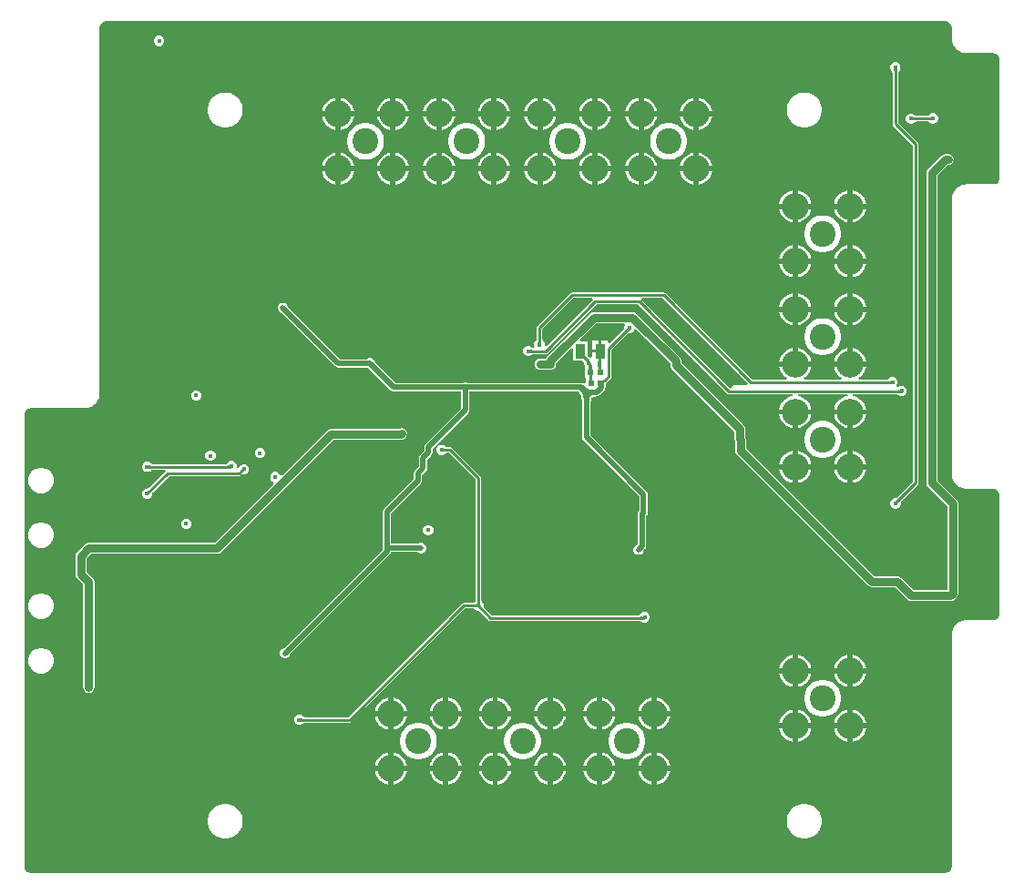
<source format=gbl>
G04*
G04 #@! TF.GenerationSoftware,Altium Limited,Altium Designer,23.0.1 (38)*
G04*
G04 Layer_Physical_Order=4*
G04 Layer_Color=16711680*
%FSLAX43Y43*%
%MOMM*%
G71*
G04*
G04 #@! TF.SameCoordinates,7396F043-7EEE-4AB4-9329-D6416C11A689*
G04*
G04*
G04 #@! TF.FilePolarity,Positive*
G04*
G01*
G75*
%ADD12C,0.254*%
%ADD17R,0.500X0.500*%
%ADD18R,0.950X1.400*%
%ADD73C,2.500*%
%ADD80C,0.750*%
%ADD81C,0.500*%
%ADD83C,2.400*%
%ADD84C,0.450*%
G36*
X114250Y79586D02*
X114308D01*
X114423Y79563D01*
X114530Y79519D01*
X114627Y79454D01*
X114710Y79371D01*
X114775Y79274D01*
X114819Y79167D01*
X114842Y79052D01*
X114842Y78994D01*
Y78020D01*
X114844Y78010D01*
X114843Y78000D01*
X114847Y77902D01*
X114855Y77873D01*
Y77842D01*
X114893Y77650D01*
X114908Y77613D01*
X114916Y77574D01*
X114991Y77393D01*
X115014Y77359D01*
X115029Y77322D01*
X115138Y77159D01*
X115166Y77131D01*
X115189Y77097D01*
X115327Y76959D01*
X115361Y76936D01*
X115389Y76908D01*
X115552Y76799D01*
X115589Y76784D01*
X115623Y76761D01*
X115804Y76686D01*
X115843Y76678D01*
X115880Y76663D01*
X116072Y76625D01*
X116103D01*
X116132Y76617D01*
X116230Y76613D01*
X116240Y76614D01*
X116250Y76612D01*
X118759Y76612D01*
X118874Y76589D01*
X118981Y76545D01*
X119078Y76480D01*
X119161Y76397D01*
X119226Y76300D01*
X119270Y76193D01*
X119293Y76078D01*
X119293Y76020D01*
X119293Y65020D01*
Y64962D01*
X119270Y64847D01*
X119226Y64740D01*
X119161Y64643D01*
X119078Y64560D01*
X118981Y64495D01*
X118874Y64451D01*
X118759Y64428D01*
X118701Y64428D01*
X116250D01*
X116240Y64426D01*
X116230Y64427D01*
X116132Y64423D01*
X116103Y64415D01*
X116072D01*
X115880Y64377D01*
X115843Y64362D01*
X115804Y64354D01*
X115623Y64279D01*
X115589Y64256D01*
X115552Y64241D01*
X115389Y64132D01*
X115361Y64104D01*
X115327Y64081D01*
X115189Y63943D01*
X115166Y63909D01*
X115138Y63881D01*
X115029Y63718D01*
X115014Y63681D01*
X114991Y63647D01*
X114916Y63466D01*
X114908Y63427D01*
X114893Y63390D01*
X114855Y63198D01*
Y63167D01*
X114847Y63138D01*
X114843Y63040D01*
X114844Y63030D01*
X114842Y63020D01*
Y37500D01*
X114844Y37490D01*
X114843Y37480D01*
X114847Y37382D01*
X114855Y37353D01*
Y37322D01*
X114893Y37130D01*
X114908Y37093D01*
X114916Y37054D01*
X114991Y36873D01*
X115014Y36839D01*
X115029Y36802D01*
X115138Y36639D01*
X115166Y36611D01*
X115189Y36577D01*
X115327Y36439D01*
X115361Y36416D01*
X115389Y36388D01*
X115552Y36279D01*
X115589Y36264D01*
X115623Y36241D01*
X115804Y36166D01*
X115843Y36158D01*
X115880Y36143D01*
X116072Y36105D01*
X116103D01*
X116132Y36097D01*
X116230Y36093D01*
X116240Y36094D01*
X116250Y36092D01*
X118759Y36092D01*
X118874Y36069D01*
X118981Y36025D01*
X119078Y35960D01*
X119161Y35877D01*
X119226Y35780D01*
X119270Y35673D01*
X119293Y35558D01*
X119293Y35500D01*
X119293Y24500D01*
Y24442D01*
X119270Y24327D01*
X119226Y24220D01*
X119161Y24123D01*
X119078Y24040D01*
X118981Y23975D01*
X118874Y23931D01*
X118759Y23908D01*
X118701Y23908D01*
X116250D01*
X116240Y23906D01*
X116230Y23907D01*
X116132Y23903D01*
X116103Y23895D01*
X116072D01*
X115880Y23857D01*
X115843Y23842D01*
X115804Y23834D01*
X115623Y23759D01*
X115589Y23736D01*
X115552Y23721D01*
X115389Y23612D01*
X115361Y23584D01*
X115327Y23561D01*
X115189Y23423D01*
X115166Y23389D01*
X115138Y23361D01*
X115029Y23198D01*
X115014Y23161D01*
X114991Y23127D01*
X114916Y22946D01*
X114908Y22907D01*
X114893Y22870D01*
X114855Y22678D01*
Y22647D01*
X114847Y22618D01*
X114843Y22520D01*
X114844Y22510D01*
X114842Y22500D01*
X114842Y994D01*
Y936D01*
X114819Y821D01*
X114775Y713D01*
X114710Y616D01*
X114627Y534D01*
X114530Y469D01*
X114423Y425D01*
X114308Y402D01*
X114250Y402D01*
X29250Y402D01*
X29192Y402D01*
X29077Y425D01*
X28969Y469D01*
X28873Y534D01*
X28790Y616D01*
X28725Y713D01*
X28681Y821D01*
X28658Y936D01*
Y994D01*
Y43015D01*
X28658Y43074D01*
X28681Y43188D01*
X28725Y43296D01*
X28790Y43393D01*
X28873Y43475D01*
X28969Y43540D01*
X29077Y43585D01*
X29192Y43608D01*
X29250Y43608D01*
X34250D01*
X34260Y43610D01*
X34270Y43608D01*
X34368Y43613D01*
X34397Y43620D01*
X34428D01*
X34620Y43659D01*
X34657Y43674D01*
X34696Y43682D01*
X34877Y43757D01*
X34911Y43779D01*
X34948Y43794D01*
X35111Y43903D01*
X35139Y43932D01*
X35173Y43954D01*
X35311Y44093D01*
X35334Y44126D01*
X35362Y44154D01*
X35471Y44317D01*
X35486Y44355D01*
X35509Y44388D01*
X35584Y44569D01*
X35592Y44609D01*
X35607Y44646D01*
X35645Y44838D01*
Y44868D01*
X35653Y44897D01*
X35657Y44995D01*
X35656Y45006D01*
X35658Y45015D01*
X35658Y78994D01*
Y79052D01*
X35681Y79167D01*
X35725Y79274D01*
X35790Y79371D01*
X35873Y79454D01*
X35970Y79519D01*
X36077Y79563D01*
X36192Y79586D01*
X36250Y79586D01*
X114250Y79586D01*
D02*
G37*
%LPC*%
G36*
X41270Y78229D02*
X41080D01*
X40904Y78156D01*
X40769Y78021D01*
X40696Y77845D01*
Y77655D01*
X40769Y77479D01*
X40904Y77344D01*
X41080Y77271D01*
X41270D01*
X41446Y77344D01*
X41581Y77479D01*
X41654Y77655D01*
Y77845D01*
X41581Y78021D01*
X41446Y78156D01*
X41270Y78229D01*
D02*
G37*
G36*
X72553Y72459D02*
Y71225D01*
X73787D01*
X73749Y71414D01*
X73636Y71687D01*
X73471Y71934D01*
X73262Y72143D01*
X73015Y72308D01*
X72742Y72421D01*
X72553Y72459D01*
D02*
G37*
G36*
X58067D02*
Y71225D01*
X59300D01*
X59263Y71414D01*
X59149Y71687D01*
X58985Y71934D01*
X58775Y72143D01*
X58529Y72308D01*
X58255Y72421D01*
X58067Y72459D01*
D02*
G37*
G36*
X63167Y72459D02*
Y71225D01*
X64400D01*
X64363Y71414D01*
X64249Y71687D01*
X64085Y71934D01*
X63875Y72143D01*
X63629Y72308D01*
X63355Y72421D01*
X63167Y72459D01*
D02*
G37*
G36*
X67453D02*
Y71225D01*
X68687D01*
X68649Y71414D01*
X68536Y71687D01*
X68371Y71934D01*
X68162Y72143D01*
X67915Y72308D01*
X67642Y72421D01*
X67453Y72459D01*
D02*
G37*
G36*
X62667Y72459D02*
X62478Y72421D01*
X62204Y72308D01*
X61958Y72143D01*
X61748Y71934D01*
X61584Y71687D01*
X61470Y71414D01*
X61433Y71225D01*
X62667D01*
Y72459D01*
D02*
G37*
G36*
X66953D02*
X66764Y72421D01*
X66491Y72308D01*
X66244Y72143D01*
X66035Y71934D01*
X65870Y71687D01*
X65757Y71414D01*
X65719Y71225D01*
X66953D01*
Y72459D01*
D02*
G37*
G36*
X72053Y72459D02*
X71864Y72421D01*
X71591Y72308D01*
X71344Y72143D01*
X71135Y71934D01*
X70970Y71687D01*
X70857Y71414D01*
X70819Y71225D01*
X72053D01*
Y72459D01*
D02*
G37*
G36*
X57567D02*
X57378Y72421D01*
X57104Y72308D01*
X56858Y72143D01*
X56648Y71934D01*
X56484Y71687D01*
X56370Y71414D01*
X56333Y71225D01*
X57567D01*
Y72459D01*
D02*
G37*
G36*
X91326Y72459D02*
Y71225D01*
X92559D01*
X92522Y71414D01*
X92408Y71687D01*
X92244Y71934D01*
X92034Y72143D01*
X91788Y72308D01*
X91514Y72421D01*
X91326Y72459D01*
D02*
G37*
G36*
X90826D02*
X90637Y72421D01*
X90363Y72308D01*
X90117Y72143D01*
X89907Y71934D01*
X89743Y71687D01*
X89629Y71414D01*
X89592Y71225D01*
X90826D01*
Y72459D01*
D02*
G37*
G36*
X86226D02*
Y71225D01*
X87459D01*
X87422Y71414D01*
X87308Y71687D01*
X87144Y71934D01*
X86934Y72143D01*
X86688Y72308D01*
X86414Y72421D01*
X86226Y72459D01*
D02*
G37*
G36*
X85726D02*
X85537Y72421D01*
X85263Y72308D01*
X85017Y72143D01*
X84807Y71934D01*
X84643Y71687D01*
X84529Y71414D01*
X84492Y71225D01*
X85726D01*
Y72459D01*
D02*
G37*
G36*
X81939D02*
Y71225D01*
X83173D01*
X83135Y71414D01*
X83022Y71687D01*
X82857Y71934D01*
X82648Y72143D01*
X82402Y72308D01*
X82128Y72421D01*
X81939Y72459D01*
D02*
G37*
G36*
X81439D02*
X81251Y72421D01*
X80977Y72308D01*
X80730Y72143D01*
X80521Y71934D01*
X80356Y71687D01*
X80243Y71414D01*
X80205Y71225D01*
X81439D01*
Y72459D01*
D02*
G37*
G36*
X76839D02*
Y71225D01*
X78073D01*
X78035Y71414D01*
X77922Y71687D01*
X77757Y71934D01*
X77548Y72143D01*
X77302Y72308D01*
X77028Y72421D01*
X76839Y72459D01*
D02*
G37*
G36*
X76339D02*
X76151Y72421D01*
X75877Y72308D01*
X75630Y72143D01*
X75421Y71934D01*
X75256Y71687D01*
X75143Y71414D01*
X75105Y71225D01*
X76339D01*
Y72459D01*
D02*
G37*
G36*
X113195Y71029D02*
X113005D01*
X112829Y70956D01*
X112732Y70859D01*
X112722Y70856D01*
X112689Y70849D01*
X112684Y70845D01*
X112677Y70843D01*
X112651Y70823D01*
X112624Y70804D01*
X112620Y70798D01*
X112614Y70794D01*
X112614Y70794D01*
X111523D01*
X111517Y70803D01*
X111509Y70809D01*
X111502Y70817D01*
X111476Y70832D01*
X111452Y70849D01*
X111442Y70851D01*
X111433Y70856D01*
X111403Y70859D01*
X111397Y70861D01*
X111332Y70926D01*
X111156Y70999D01*
X110965D01*
X110789Y70926D01*
X110655Y70791D01*
X110582Y70615D01*
Y70425D01*
X110655Y70249D01*
X110789Y70114D01*
X110965Y70041D01*
X111156D01*
X111332Y70114D01*
X111429Y70211D01*
X111439Y70214D01*
X111471Y70221D01*
X111477Y70225D01*
X111484Y70227D01*
X111510Y70247D01*
X111537Y70266D01*
X111541Y70272D01*
X111546Y70276D01*
X111546Y70276D01*
X112637D01*
X112643Y70267D01*
X112652Y70261D01*
X112658Y70253D01*
X112684Y70238D01*
X112708Y70221D01*
X112719Y70219D01*
X112728Y70214D01*
X112757Y70211D01*
X112763Y70209D01*
X112829Y70144D01*
X113005Y70071D01*
X113195D01*
X113371Y70144D01*
X113506Y70279D01*
X113579Y70455D01*
Y70645D01*
X113506Y70821D01*
X113371Y70956D01*
X113195Y71029D01*
D02*
G37*
G36*
X101285Y72970D02*
X100965D01*
X100652Y72908D01*
X100358Y72786D01*
X100092Y72608D01*
X99867Y72383D01*
X99689Y72117D01*
X99567Y71823D01*
X99505Y71510D01*
Y71190D01*
X99567Y70877D01*
X99689Y70583D01*
X99867Y70317D01*
X100092Y70092D01*
X100358Y69914D01*
X100652Y69792D01*
X100965Y69730D01*
X101285D01*
X101598Y69792D01*
X101892Y69914D01*
X102158Y70092D01*
X102383Y70317D01*
X102561Y70583D01*
X102683Y70877D01*
X102745Y71190D01*
Y71510D01*
X102683Y71823D01*
X102561Y72117D01*
X102383Y72383D01*
X102158Y72608D01*
X101892Y72786D01*
X101598Y72908D01*
X101285Y72970D01*
D02*
G37*
G36*
X47485D02*
X47165D01*
X46852Y72908D01*
X46558Y72786D01*
X46292Y72608D01*
X46067Y72383D01*
X45889Y72117D01*
X45767Y71823D01*
X45705Y71510D01*
Y71190D01*
X45767Y70877D01*
X45889Y70583D01*
X46067Y70317D01*
X46292Y70092D01*
X46558Y69914D01*
X46852Y69792D01*
X47165Y69730D01*
X47485D01*
X47798Y69792D01*
X48092Y69914D01*
X48358Y70092D01*
X48583Y70317D01*
X48761Y70583D01*
X48883Y70877D01*
X48945Y71190D01*
Y71510D01*
X48883Y71823D01*
X48761Y72117D01*
X48583Y72383D01*
X48358Y72608D01*
X48092Y72786D01*
X47798Y72908D01*
X47485Y72970D01*
D02*
G37*
G36*
X73787Y70725D02*
X72553D01*
Y69491D01*
X72742Y69529D01*
X73015Y69642D01*
X73262Y69807D01*
X73471Y70016D01*
X73636Y70263D01*
X73749Y70536D01*
X73787Y70725D01*
D02*
G37*
G36*
X59300D02*
X58067D01*
Y69491D01*
X58255Y69529D01*
X58529Y69642D01*
X58775Y69807D01*
X58985Y70016D01*
X59149Y70263D01*
X59263Y70536D01*
X59300Y70725D01*
D02*
G37*
G36*
X66953D02*
X65719D01*
X65757Y70536D01*
X65870Y70263D01*
X66035Y70016D01*
X66244Y69807D01*
X66491Y69642D01*
X66764Y69529D01*
X66953Y69491D01*
Y70725D01*
D02*
G37*
G36*
X62667D02*
X61433D01*
X61470Y70536D01*
X61584Y70263D01*
X61748Y70016D01*
X61958Y69807D01*
X62204Y69642D01*
X62478Y69529D01*
X62667Y69491D01*
Y70725D01*
D02*
G37*
G36*
X68687D02*
X67453D01*
Y69491D01*
X67642Y69529D01*
X67915Y69642D01*
X68162Y69807D01*
X68371Y70016D01*
X68536Y70263D01*
X68649Y70536D01*
X68687Y70725D01*
D02*
G37*
G36*
X64400D02*
X63167D01*
Y69491D01*
X63355Y69529D01*
X63629Y69642D01*
X63875Y69807D01*
X64085Y70016D01*
X64249Y70263D01*
X64363Y70536D01*
X64400Y70725D01*
D02*
G37*
G36*
X72053D02*
X70819D01*
X70857Y70536D01*
X70970Y70263D01*
X71135Y70016D01*
X71344Y69807D01*
X71591Y69642D01*
X71864Y69529D01*
X72053Y69491D01*
Y70725D01*
D02*
G37*
G36*
X57567D02*
X56333D01*
X56370Y70536D01*
X56484Y70263D01*
X56648Y70016D01*
X56858Y69807D01*
X57104Y69642D01*
X57378Y69529D01*
X57567Y69491D01*
Y70725D01*
D02*
G37*
G36*
X92559Y70725D02*
X91326D01*
Y69491D01*
X91514Y69529D01*
X91788Y69642D01*
X92034Y69807D01*
X92244Y70016D01*
X92408Y70263D01*
X92522Y70536D01*
X92559Y70725D01*
D02*
G37*
G36*
X90826D02*
X89592D01*
X89629Y70536D01*
X89743Y70263D01*
X89907Y70016D01*
X90117Y69807D01*
X90363Y69642D01*
X90637Y69529D01*
X90826Y69491D01*
Y70725D01*
D02*
G37*
G36*
X87459D02*
X86226D01*
Y69491D01*
X86414Y69529D01*
X86688Y69642D01*
X86934Y69807D01*
X87144Y70016D01*
X87308Y70263D01*
X87422Y70536D01*
X87459Y70725D01*
D02*
G37*
G36*
X85726D02*
X84492D01*
X84529Y70536D01*
X84643Y70263D01*
X84807Y70016D01*
X85017Y69807D01*
X85263Y69642D01*
X85537Y69529D01*
X85726Y69491D01*
Y70725D01*
D02*
G37*
G36*
X83173D02*
X81939D01*
Y69491D01*
X82128Y69529D01*
X82402Y69642D01*
X82648Y69807D01*
X82857Y70016D01*
X83022Y70263D01*
X83135Y70536D01*
X83173Y70725D01*
D02*
G37*
G36*
X81439D02*
X80205D01*
X80243Y70536D01*
X80356Y70263D01*
X80521Y70016D01*
X80730Y69807D01*
X80977Y69642D01*
X81251Y69529D01*
X81439Y69491D01*
Y70725D01*
D02*
G37*
G36*
X78073D02*
X76839D01*
Y69491D01*
X77028Y69529D01*
X77302Y69642D01*
X77548Y69807D01*
X77757Y70016D01*
X77922Y70263D01*
X78035Y70536D01*
X78073Y70725D01*
D02*
G37*
G36*
X76339D02*
X75105D01*
X75143Y70536D01*
X75256Y70263D01*
X75421Y70016D01*
X75630Y69807D01*
X75877Y69642D01*
X76151Y69529D01*
X76339Y69491D01*
Y70725D01*
D02*
G37*
G36*
X69921Y70133D02*
X69585D01*
X69255Y70067D01*
X68944Y69939D01*
X68664Y69752D01*
X68426Y69514D01*
X68239Y69234D01*
X68111Y68923D01*
X68045Y68593D01*
Y68257D01*
X68111Y67927D01*
X68239Y67616D01*
X68426Y67336D01*
X68664Y67098D01*
X68944Y66911D01*
X69255Y66783D01*
X69585Y66717D01*
X69921D01*
X70251Y66783D01*
X70562Y66911D01*
X70842Y67098D01*
X71080Y67336D01*
X71267Y67616D01*
X71395Y67927D01*
X71461Y68257D01*
Y68593D01*
X71395Y68923D01*
X71267Y69234D01*
X71080Y69514D01*
X70842Y69752D01*
X70562Y69939D01*
X70251Y70067D01*
X69921Y70133D01*
D02*
G37*
G36*
X60535D02*
X60198D01*
X59868Y70067D01*
X59558Y69939D01*
X59278Y69752D01*
X59040Y69514D01*
X58853Y69234D01*
X58724Y68923D01*
X58659Y68593D01*
Y68257D01*
X58724Y67927D01*
X58853Y67616D01*
X59040Y67336D01*
X59278Y67098D01*
X59558Y66911D01*
X59868Y66783D01*
X60198Y66717D01*
X60535D01*
X60865Y66783D01*
X61176Y66911D01*
X61455Y67098D01*
X61693Y67336D01*
X61880Y67616D01*
X62009Y67927D01*
X62075Y68257D01*
Y68593D01*
X62009Y68923D01*
X61880Y69234D01*
X61693Y69514D01*
X61455Y69752D01*
X61176Y69939D01*
X60865Y70067D01*
X60535Y70133D01*
D02*
G37*
G36*
X88694Y70133D02*
X88357D01*
X88027Y70067D01*
X87716Y69939D01*
X87437Y69752D01*
X87199Y69514D01*
X87012Y69234D01*
X86883Y68923D01*
X86818Y68593D01*
Y68257D01*
X86883Y67927D01*
X87012Y67616D01*
X87199Y67336D01*
X87437Y67098D01*
X87716Y66911D01*
X88027Y66783D01*
X88357Y66717D01*
X88694D01*
X89024Y66783D01*
X89335Y66911D01*
X89614Y67098D01*
X89852Y67336D01*
X90039Y67616D01*
X90168Y67927D01*
X90234Y68257D01*
Y68593D01*
X90168Y68923D01*
X90039Y69234D01*
X89852Y69514D01*
X89614Y69752D01*
X89335Y69939D01*
X89024Y70067D01*
X88694Y70133D01*
D02*
G37*
G36*
X79307D02*
X78971D01*
X78641Y70067D01*
X78330Y69939D01*
X78050Y69752D01*
X77813Y69514D01*
X77626Y69234D01*
X77497Y68923D01*
X77431Y68593D01*
Y68257D01*
X77497Y67927D01*
X77626Y67616D01*
X77813Y67336D01*
X78050Y67098D01*
X78330Y66911D01*
X78641Y66783D01*
X78971Y66717D01*
X79307D01*
X79637Y66783D01*
X79948Y66911D01*
X80228Y67098D01*
X80466Y67336D01*
X80653Y67616D01*
X80782Y67927D01*
X80847Y68257D01*
Y68593D01*
X80782Y68923D01*
X80653Y69234D01*
X80466Y69514D01*
X80228Y69752D01*
X79948Y69939D01*
X79637Y70067D01*
X79307Y70133D01*
D02*
G37*
G36*
X91326Y67359D02*
Y66125D01*
X92559D01*
X92522Y66314D01*
X92408Y66587D01*
X92244Y66834D01*
X92034Y67043D01*
X91788Y67208D01*
X91514Y67321D01*
X91326Y67359D01*
D02*
G37*
G36*
X90826D02*
X90637Y67321D01*
X90363Y67208D01*
X90117Y67043D01*
X89907Y66834D01*
X89743Y66587D01*
X89629Y66314D01*
X89592Y66125D01*
X90826D01*
Y67359D01*
D02*
G37*
G36*
X86226D02*
Y66125D01*
X87459D01*
X87422Y66314D01*
X87308Y66587D01*
X87144Y66834D01*
X86934Y67043D01*
X86688Y67208D01*
X86414Y67321D01*
X86226Y67359D01*
D02*
G37*
G36*
X85726D02*
X85537Y67321D01*
X85263Y67208D01*
X85017Y67043D01*
X84807Y66834D01*
X84643Y66587D01*
X84529Y66314D01*
X84492Y66125D01*
X85726D01*
Y67359D01*
D02*
G37*
G36*
X81939D02*
Y66125D01*
X83173D01*
X83135Y66314D01*
X83022Y66587D01*
X82857Y66834D01*
X82648Y67043D01*
X82402Y67208D01*
X82128Y67321D01*
X81939Y67359D01*
D02*
G37*
G36*
X81439D02*
X81251Y67321D01*
X80977Y67208D01*
X80730Y67043D01*
X80521Y66834D01*
X80356Y66587D01*
X80243Y66314D01*
X80205Y66125D01*
X81439D01*
Y67359D01*
D02*
G37*
G36*
X76839D02*
Y66125D01*
X78073D01*
X78035Y66314D01*
X77922Y66587D01*
X77757Y66834D01*
X77548Y67043D01*
X77302Y67208D01*
X77028Y67321D01*
X76839Y67359D01*
D02*
G37*
G36*
X76339D02*
X76151Y67321D01*
X75877Y67208D01*
X75630Y67043D01*
X75421Y66834D01*
X75256Y66587D01*
X75143Y66314D01*
X75105Y66125D01*
X76339D01*
Y67359D01*
D02*
G37*
G36*
X72553Y67359D02*
Y66125D01*
X73787D01*
X73749Y66314D01*
X73636Y66587D01*
X73471Y66834D01*
X73262Y67043D01*
X73015Y67208D01*
X72742Y67321D01*
X72553Y67359D01*
D02*
G37*
G36*
X58067D02*
Y66125D01*
X59300D01*
X59263Y66314D01*
X59149Y66587D01*
X58985Y66834D01*
X58775Y67043D01*
X58529Y67208D01*
X58255Y67321D01*
X58067Y67359D01*
D02*
G37*
G36*
X63167Y67359D02*
Y66125D01*
X64400D01*
X64363Y66314D01*
X64249Y66587D01*
X64085Y66834D01*
X63875Y67043D01*
X63629Y67208D01*
X63355Y67321D01*
X63167Y67359D01*
D02*
G37*
G36*
X67453D02*
Y66125D01*
X68687D01*
X68649Y66314D01*
X68536Y66587D01*
X68371Y66834D01*
X68162Y67043D01*
X67915Y67208D01*
X67642Y67321D01*
X67453Y67359D01*
D02*
G37*
G36*
X66953Y67359D02*
X66764Y67321D01*
X66491Y67208D01*
X66244Y67043D01*
X66035Y66834D01*
X65870Y66587D01*
X65757Y66314D01*
X65719Y66125D01*
X66953D01*
Y67359D01*
D02*
G37*
G36*
X62667D02*
X62478Y67321D01*
X62204Y67208D01*
X61958Y67043D01*
X61748Y66834D01*
X61584Y66587D01*
X61470Y66314D01*
X61433Y66125D01*
X62667D01*
Y67359D01*
D02*
G37*
G36*
X72053Y67359D02*
X71864Y67321D01*
X71591Y67208D01*
X71344Y67043D01*
X71135Y66834D01*
X70970Y66587D01*
X70857Y66314D01*
X70819Y66125D01*
X72053D01*
Y67359D01*
D02*
G37*
G36*
X57567D02*
X57378Y67321D01*
X57104Y67208D01*
X56858Y67043D01*
X56648Y66834D01*
X56484Y66587D01*
X56370Y66314D01*
X56333Y66125D01*
X57567D01*
Y67359D01*
D02*
G37*
G36*
X73787Y65625D02*
X72553D01*
Y64391D01*
X72742Y64429D01*
X73015Y64542D01*
X73262Y64707D01*
X73471Y64916D01*
X73636Y65163D01*
X73749Y65436D01*
X73787Y65625D01*
D02*
G37*
G36*
X59300D02*
X58067D01*
Y64391D01*
X58255Y64429D01*
X58529Y64542D01*
X58775Y64707D01*
X58985Y64916D01*
X59149Y65163D01*
X59263Y65436D01*
X59300Y65625D01*
D02*
G37*
G36*
X66953D02*
X65719D01*
X65757Y65436D01*
X65870Y65163D01*
X66035Y64916D01*
X66244Y64707D01*
X66491Y64542D01*
X66764Y64429D01*
X66953Y64391D01*
Y65625D01*
D02*
G37*
G36*
X62667D02*
X61433D01*
X61470Y65436D01*
X61584Y65163D01*
X61748Y64916D01*
X61958Y64707D01*
X62204Y64542D01*
X62478Y64429D01*
X62667Y64391D01*
Y65625D01*
D02*
G37*
G36*
X68687D02*
X67453D01*
Y64391D01*
X67642Y64429D01*
X67915Y64542D01*
X68162Y64707D01*
X68371Y64916D01*
X68536Y65163D01*
X68649Y65436D01*
X68687Y65625D01*
D02*
G37*
G36*
X64400D02*
X63167D01*
Y64391D01*
X63355Y64429D01*
X63629Y64542D01*
X63875Y64707D01*
X64085Y64916D01*
X64249Y65163D01*
X64363Y65436D01*
X64400Y65625D01*
D02*
G37*
G36*
X72053D02*
X70819D01*
X70857Y65436D01*
X70970Y65163D01*
X71135Y64916D01*
X71344Y64707D01*
X71591Y64542D01*
X71864Y64429D01*
X72053Y64391D01*
Y65625D01*
D02*
G37*
G36*
X57567D02*
X56333D01*
X56370Y65436D01*
X56484Y65163D01*
X56648Y64916D01*
X56858Y64707D01*
X57104Y64542D01*
X57378Y64429D01*
X57567Y64391D01*
Y65625D01*
D02*
G37*
G36*
X92559Y65625D02*
X91326D01*
Y64391D01*
X91514Y64429D01*
X91788Y64542D01*
X92034Y64707D01*
X92244Y64916D01*
X92408Y65163D01*
X92522Y65436D01*
X92559Y65625D01*
D02*
G37*
G36*
X90826D02*
X89592D01*
X89629Y65436D01*
X89743Y65163D01*
X89907Y64916D01*
X90117Y64707D01*
X90363Y64542D01*
X90637Y64429D01*
X90826Y64391D01*
Y65625D01*
D02*
G37*
G36*
X87459D02*
X86226D01*
Y64391D01*
X86414Y64429D01*
X86688Y64542D01*
X86934Y64707D01*
X87144Y64916D01*
X87308Y65163D01*
X87422Y65436D01*
X87459Y65625D01*
D02*
G37*
G36*
X85726D02*
X84492D01*
X84529Y65436D01*
X84643Y65163D01*
X84807Y64916D01*
X85017Y64707D01*
X85263Y64542D01*
X85537Y64429D01*
X85726Y64391D01*
Y65625D01*
D02*
G37*
G36*
X83173D02*
X81939D01*
Y64391D01*
X82128Y64429D01*
X82402Y64542D01*
X82648Y64707D01*
X82857Y64916D01*
X83022Y65163D01*
X83135Y65436D01*
X83173Y65625D01*
D02*
G37*
G36*
X81439D02*
X80205D01*
X80243Y65436D01*
X80356Y65163D01*
X80521Y64916D01*
X80730Y64707D01*
X80977Y64542D01*
X81251Y64429D01*
X81439Y64391D01*
Y65625D01*
D02*
G37*
G36*
X78073D02*
X76839D01*
Y64391D01*
X77028Y64429D01*
X77302Y64542D01*
X77548Y64707D01*
X77757Y64916D01*
X77922Y65163D01*
X78035Y65436D01*
X78073Y65625D01*
D02*
G37*
G36*
X76339D02*
X75105D01*
X75143Y65436D01*
X75256Y65163D01*
X75421Y64916D01*
X75630Y64707D01*
X75877Y64542D01*
X76151Y64429D01*
X76339Y64391D01*
Y65625D01*
D02*
G37*
G36*
X105648Y63859D02*
Y62625D01*
X106881D01*
X106844Y62814D01*
X106730Y63087D01*
X106566Y63334D01*
X106356Y63543D01*
X106110Y63708D01*
X105836Y63821D01*
X105648Y63859D01*
D02*
G37*
G36*
X105148Y63859D02*
X104959Y63821D01*
X104685Y63708D01*
X104439Y63543D01*
X104229Y63334D01*
X104065Y63087D01*
X103951Y62814D01*
X103914Y62625D01*
X105148D01*
Y63859D01*
D02*
G37*
G36*
X100548Y63859D02*
Y62625D01*
X101781D01*
X101744Y62814D01*
X101630Y63087D01*
X101466Y63334D01*
X101256Y63543D01*
X101010Y63708D01*
X100736Y63821D01*
X100548Y63859D01*
D02*
G37*
G36*
X100048Y63859D02*
X99859Y63821D01*
X99585Y63708D01*
X99339Y63543D01*
X99129Y63334D01*
X98965Y63087D01*
X98851Y62814D01*
X98814Y62625D01*
X100048D01*
Y63859D01*
D02*
G37*
G36*
X106881Y62125D02*
X105648D01*
Y60891D01*
X105836Y60929D01*
X106110Y61042D01*
X106356Y61207D01*
X106566Y61416D01*
X106730Y61663D01*
X106844Y61936D01*
X106881Y62125D01*
D02*
G37*
G36*
X101781Y62125D02*
X100548D01*
Y60891D01*
X100736Y60929D01*
X101010Y61042D01*
X101256Y61207D01*
X101466Y61416D01*
X101630Y61663D01*
X101744Y61936D01*
X101781Y62125D01*
D02*
G37*
G36*
X100048D02*
X98814D01*
X98851Y61936D01*
X98965Y61663D01*
X99129Y61416D01*
X99339Y61207D01*
X99585Y61042D01*
X99859Y60929D01*
X100048Y60891D01*
Y62125D01*
D02*
G37*
G36*
X105148Y62125D02*
X103914D01*
X103951Y61936D01*
X104065Y61663D01*
X104229Y61416D01*
X104439Y61207D01*
X104685Y61042D01*
X104959Y60929D01*
X105148Y60891D01*
Y62125D01*
D02*
G37*
G36*
X103016Y61533D02*
X102679D01*
X102349Y61467D01*
X102038Y61339D01*
X101759Y61152D01*
X101521Y60914D01*
X101334Y60634D01*
X101205Y60323D01*
X101140Y59993D01*
Y59657D01*
X101205Y59327D01*
X101334Y59016D01*
X101521Y58736D01*
X101759Y58498D01*
X102038Y58311D01*
X102349Y58183D01*
X102679Y58117D01*
X103016D01*
X103346Y58183D01*
X103657Y58311D01*
X103936Y58498D01*
X104174Y58736D01*
X104361Y59016D01*
X104490Y59327D01*
X104556Y59657D01*
Y59993D01*
X104490Y60323D01*
X104361Y60634D01*
X104174Y60914D01*
X103936Y61152D01*
X103657Y61339D01*
X103346Y61467D01*
X103016Y61533D01*
D02*
G37*
G36*
X105648Y58759D02*
Y57525D01*
X106881D01*
X106844Y57714D01*
X106730Y57987D01*
X106566Y58234D01*
X106356Y58443D01*
X106110Y58608D01*
X105836Y58721D01*
X105648Y58759D01*
D02*
G37*
G36*
X105148Y58759D02*
X104959Y58721D01*
X104685Y58608D01*
X104439Y58443D01*
X104229Y58234D01*
X104065Y57987D01*
X103951Y57714D01*
X103914Y57525D01*
X105148D01*
Y58759D01*
D02*
G37*
G36*
X100548Y58759D02*
Y57525D01*
X101781D01*
X101744Y57714D01*
X101630Y57987D01*
X101466Y58234D01*
X101256Y58443D01*
X101010Y58608D01*
X100736Y58721D01*
X100548Y58759D01*
D02*
G37*
G36*
X100048D02*
X99859Y58721D01*
X99585Y58608D01*
X99339Y58443D01*
X99129Y58234D01*
X98965Y57987D01*
X98851Y57714D01*
X98814Y57525D01*
X100048D01*
Y58759D01*
D02*
G37*
G36*
X106881Y57025D02*
X105648D01*
Y55791D01*
X105836Y55829D01*
X106110Y55942D01*
X106356Y56107D01*
X106566Y56316D01*
X106730Y56563D01*
X106844Y56836D01*
X106881Y57025D01*
D02*
G37*
G36*
X101781Y57025D02*
X100548D01*
Y55791D01*
X100736Y55829D01*
X101010Y55942D01*
X101256Y56107D01*
X101466Y56316D01*
X101630Y56563D01*
X101744Y56836D01*
X101781Y57025D01*
D02*
G37*
G36*
X100048D02*
X98814D01*
X98851Y56836D01*
X98965Y56563D01*
X99129Y56316D01*
X99339Y56107D01*
X99585Y55942D01*
X99859Y55829D01*
X100048Y55791D01*
Y57025D01*
D02*
G37*
G36*
X105148Y57025D02*
X103914D01*
X103951Y56836D01*
X104065Y56563D01*
X104229Y56316D01*
X104439Y56107D01*
X104685Y55942D01*
X104959Y55829D01*
X105148Y55791D01*
Y57025D01*
D02*
G37*
G36*
X105648Y54296D02*
Y53062D01*
X106881D01*
X106844Y53251D01*
X106730Y53524D01*
X106566Y53771D01*
X106356Y53980D01*
X106110Y54145D01*
X105836Y54258D01*
X105648Y54296D01*
D02*
G37*
G36*
X105148Y54296D02*
X104959Y54258D01*
X104685Y54145D01*
X104439Y53980D01*
X104229Y53771D01*
X104065Y53524D01*
X103951Y53251D01*
X103914Y53062D01*
X105148D01*
Y54296D01*
D02*
G37*
G36*
X100548Y54296D02*
Y53062D01*
X101781D01*
X101744Y53251D01*
X101630Y53524D01*
X101466Y53771D01*
X101256Y53980D01*
X101010Y54145D01*
X100736Y54258D01*
X100548Y54296D01*
D02*
G37*
G36*
X100048D02*
X99859Y54258D01*
X99585Y54145D01*
X99339Y53980D01*
X99129Y53771D01*
X98965Y53524D01*
X98851Y53251D01*
X98814Y53062D01*
X100048D01*
Y54296D01*
D02*
G37*
G36*
X106881Y52562D02*
X105648D01*
Y51328D01*
X105836Y51366D01*
X106110Y51479D01*
X106356Y51644D01*
X106566Y51853D01*
X106730Y52099D01*
X106844Y52373D01*
X106881Y52562D01*
D02*
G37*
G36*
X101781Y52562D02*
X100548D01*
Y51328D01*
X100736Y51366D01*
X101010Y51479D01*
X101256Y51644D01*
X101466Y51853D01*
X101630Y52099D01*
X101744Y52373D01*
X101781Y52562D01*
D02*
G37*
G36*
X100048D02*
X98814D01*
X98851Y52373D01*
X98965Y52099D01*
X99129Y51853D01*
X99339Y51644D01*
X99585Y51479D01*
X99859Y51366D01*
X100048Y51328D01*
Y52562D01*
D02*
G37*
G36*
X105148Y52562D02*
X103914D01*
X103951Y52373D01*
X104065Y52099D01*
X104229Y51853D01*
X104439Y51644D01*
X104685Y51479D01*
X104959Y51366D01*
X105148Y51328D01*
Y52562D01*
D02*
G37*
G36*
X103016Y51970D02*
X102679D01*
X102349Y51904D01*
X102038Y51776D01*
X101759Y51589D01*
X101521Y51351D01*
X101334Y51071D01*
X101205Y50760D01*
X101140Y50430D01*
Y50094D01*
X101205Y49764D01*
X101334Y49453D01*
X101521Y49173D01*
X101759Y48935D01*
X102038Y48748D01*
X102349Y48620D01*
X102679Y48554D01*
X103016D01*
X103346Y48620D01*
X103657Y48748D01*
X103936Y48935D01*
X104174Y49173D01*
X104361Y49453D01*
X104490Y49764D01*
X104556Y50094D01*
Y50430D01*
X104490Y50760D01*
X104361Y51071D01*
X104174Y51351D01*
X103936Y51589D01*
X103657Y51776D01*
X103346Y51904D01*
X103016Y51970D01*
D02*
G37*
G36*
X105648Y49196D02*
Y47962D01*
X106881D01*
X106844Y48151D01*
X106730Y48424D01*
X106566Y48671D01*
X106356Y48880D01*
X106110Y49045D01*
X105836Y49158D01*
X105648Y49196D01*
D02*
G37*
G36*
X105148Y49196D02*
X104959Y49158D01*
X104685Y49045D01*
X104439Y48880D01*
X104229Y48671D01*
X104065Y48424D01*
X103951Y48151D01*
X103914Y47962D01*
X105148D01*
Y49196D01*
D02*
G37*
G36*
X100548Y49196D02*
Y47962D01*
X101781D01*
X101744Y48151D01*
X101630Y48424D01*
X101466Y48671D01*
X101256Y48880D01*
X101010Y49045D01*
X100736Y49158D01*
X100548Y49196D01*
D02*
G37*
G36*
X100048D02*
X99859Y49158D01*
X99585Y49045D01*
X99339Y48880D01*
X99129Y48671D01*
X98965Y48424D01*
X98851Y48151D01*
X98814Y47962D01*
X100048D01*
Y49196D01*
D02*
G37*
G36*
X88075Y54359D02*
X79550D01*
X79451Y54339D01*
X79367Y54283D01*
X76335Y51251D01*
X76279Y51167D01*
X76259Y51068D01*
Y49991D01*
X76250Y49985D01*
X76249Y49983D01*
X76247Y49982D01*
X76226Y49951D01*
X76205Y49920D01*
X76204Y49918D01*
X76203Y49915D01*
X76195Y49879D01*
X76193Y49869D01*
X76112Y49788D01*
X76039Y49612D01*
Y49421D01*
X76056Y49380D01*
X75932Y49252D01*
X75815Y49257D01*
X75755Y49317D01*
X75579Y49390D01*
X75388D01*
X75212Y49317D01*
X75077Y49182D01*
X75004Y49006D01*
Y48815D01*
X75077Y48639D01*
X75212Y48505D01*
X75388Y48432D01*
X75579D01*
X75755Y48505D01*
X75836Y48586D01*
X75844Y48588D01*
X75882Y48595D01*
X75883Y48596D01*
X75885Y48596D01*
X75916Y48618D01*
X75948Y48640D01*
X75949Y48641D01*
X75950Y48641D01*
X75957Y48652D01*
X77086D01*
X77185Y48671D01*
X77269Y48728D01*
X81818Y53277D01*
X85682D01*
X93967Y44992D01*
X94051Y44936D01*
X94150Y44916D01*
X100058D01*
X100075Y44738D01*
X99859Y44695D01*
X99585Y44582D01*
X99339Y44417D01*
X99129Y44208D01*
X98965Y43961D01*
X98851Y43688D01*
X98814Y43499D01*
X100298D01*
X101781D01*
X101744Y43688D01*
X101630Y43961D01*
X101466Y44208D01*
X101256Y44417D01*
X101010Y44582D01*
X100736Y44695D01*
X100520Y44738D01*
X100537Y44916D01*
X105158D01*
X105175Y44738D01*
X104959Y44695D01*
X104685Y44582D01*
X104439Y44417D01*
X104229Y44208D01*
X104065Y43961D01*
X103951Y43688D01*
X103914Y43499D01*
X105398D01*
X106881D01*
X106844Y43688D01*
X106730Y43961D01*
X106566Y44208D01*
X106356Y44417D01*
X106110Y44582D01*
X105836Y44695D01*
X105620Y44738D01*
X105637Y44916D01*
X109726D01*
X109733Y44905D01*
X109748Y44895D01*
X109759Y44882D01*
X109780Y44873D01*
X109799Y44860D01*
X109816Y44857D01*
X109832Y44849D01*
X109854Y44849D01*
X109904Y44798D01*
X110080Y44725D01*
X110270D01*
X110446Y44798D01*
X110581Y44933D01*
X110654Y45109D01*
Y45300D01*
X110581Y45476D01*
X110446Y45611D01*
X110270Y45683D01*
X110080D01*
X109904Y45611D01*
X109816Y45523D01*
X109771Y45523D01*
X109714Y45639D01*
X109716Y45720D01*
X109731Y45735D01*
X109804Y45911D01*
Y46102D01*
X109731Y46278D01*
X109596Y46412D01*
X109420Y46485D01*
X109230D01*
X109054Y46412D01*
X108948Y46306D01*
X108937Y46303D01*
X108909Y46297D01*
X108900Y46290D01*
X108889Y46286D01*
X108867Y46268D01*
X108844Y46252D01*
X108837Y46242D01*
X108837Y46242D01*
X106224D01*
X106170Y46419D01*
X106356Y46544D01*
X106566Y46753D01*
X106730Y46999D01*
X106844Y47273D01*
X106881Y47462D01*
X105398D01*
X103914D01*
X103951Y47273D01*
X104065Y46999D01*
X104229Y46753D01*
X104439Y46544D01*
X104625Y46419D01*
X104571Y46242D01*
X101124D01*
X101070Y46419D01*
X101256Y46544D01*
X101466Y46753D01*
X101630Y46999D01*
X101744Y47273D01*
X101781Y47462D01*
X100298D01*
X98814D01*
X98851Y47273D01*
X98965Y46999D01*
X99129Y46753D01*
X99339Y46544D01*
X99525Y46419D01*
X99471Y46242D01*
X96300D01*
X88258Y54283D01*
X88174Y54339D01*
X88075Y54359D01*
D02*
G37*
G36*
X44720Y45257D02*
X44530D01*
X44354Y45185D01*
X44219Y45050D01*
X44146Y44874D01*
Y44683D01*
X44219Y44507D01*
X44354Y44372D01*
X44530Y44299D01*
X44720D01*
X44896Y44372D01*
X45031Y44507D01*
X45104Y44683D01*
Y44874D01*
X45031Y45050D01*
X44896Y45185D01*
X44720Y45257D01*
D02*
G37*
G36*
X106881Y42999D02*
X105648D01*
Y41765D01*
X105836Y41803D01*
X106110Y41916D01*
X106356Y42081D01*
X106566Y42290D01*
X106730Y42536D01*
X106844Y42810D01*
X106881Y42999D01*
D02*
G37*
G36*
X101781Y42999D02*
X100548D01*
Y41765D01*
X100736Y41803D01*
X101010Y41916D01*
X101256Y42081D01*
X101466Y42290D01*
X101630Y42536D01*
X101744Y42810D01*
X101781Y42999D01*
D02*
G37*
G36*
X100048D02*
X98814D01*
X98851Y42810D01*
X98965Y42536D01*
X99129Y42290D01*
X99339Y42081D01*
X99585Y41916D01*
X99859Y41803D01*
X100048Y41765D01*
Y42999D01*
D02*
G37*
G36*
X105148Y42999D02*
X103914D01*
X103951Y42810D01*
X104065Y42536D01*
X104229Y42290D01*
X104439Y42081D01*
X104685Y41916D01*
X104959Y41803D01*
X105148Y41765D01*
Y42999D01*
D02*
G37*
G36*
X103016Y42407D02*
X102679D01*
X102349Y42341D01*
X102038Y42212D01*
X101759Y42025D01*
X101521Y41788D01*
X101334Y41508D01*
X101205Y41197D01*
X101140Y40867D01*
Y40531D01*
X101205Y40201D01*
X101334Y39890D01*
X101521Y39610D01*
X101759Y39372D01*
X102038Y39185D01*
X102349Y39056D01*
X102679Y38991D01*
X103016D01*
X103346Y39056D01*
X103657Y39185D01*
X103936Y39372D01*
X104174Y39610D01*
X104361Y39890D01*
X104490Y40201D01*
X104556Y40531D01*
Y40867D01*
X104490Y41197D01*
X104361Y41508D01*
X104174Y41788D01*
X103936Y42025D01*
X103657Y42212D01*
X103346Y42341D01*
X103016Y42407D01*
D02*
G37*
G36*
X50650Y39908D02*
X50459D01*
X50283Y39835D01*
X50148Y39701D01*
X50075Y39525D01*
Y39334D01*
X50148Y39158D01*
X50283Y39023D01*
X50459Y38950D01*
X50650D01*
X50826Y39023D01*
X50960Y39158D01*
X51033Y39334D01*
Y39525D01*
X50960Y39701D01*
X50826Y39835D01*
X50650Y39908D01*
D02*
G37*
G36*
X46045Y39659D02*
X45855D01*
X45679Y39586D01*
X45544Y39451D01*
X45471Y39275D01*
Y39085D01*
X45544Y38909D01*
X45679Y38774D01*
X45855Y38701D01*
X46045D01*
X46221Y38774D01*
X46356Y38909D01*
X46429Y39085D01*
Y39275D01*
X46356Y39451D01*
X46221Y39586D01*
X46045Y39659D01*
D02*
G37*
G36*
X47995Y38704D02*
X47805D01*
X47629Y38631D01*
X47494Y38496D01*
X47483Y38470D01*
X47465Y38467D01*
X47465Y38466D01*
X47465Y38466D01*
X47433Y38444D01*
X47400Y38421D01*
X47400Y38421D01*
X47400Y38421D01*
X47394Y38412D01*
X40530D01*
X40525Y38420D01*
X40522Y38422D01*
X40521Y38424D01*
X40490Y38444D01*
X40460Y38466D01*
X40457Y38467D01*
X40455Y38468D01*
X40418Y38475D01*
X40409Y38477D01*
X40327Y38559D01*
X40151Y38632D01*
X39961D01*
X39785Y38559D01*
X39650Y38424D01*
X39577Y38248D01*
Y38057D01*
X39650Y37881D01*
X39785Y37747D01*
X39961Y37674D01*
X40151D01*
X40327Y37747D01*
X40409Y37828D01*
X40417Y37830D01*
X40455Y37837D01*
X40456Y37838D01*
X40457Y37838D01*
X40489Y37860D01*
X40521Y37881D01*
X40522Y37882D01*
X40523Y37883D01*
X40529Y37894D01*
X41700D01*
X41709Y37883D01*
X41765Y37716D01*
X40208Y36159D01*
X40198Y36161D01*
X40196Y36161D01*
X40193Y36161D01*
X40156Y36154D01*
X40120Y36148D01*
X40118Y36146D01*
X40115Y36146D01*
X40084Y36125D01*
X40076Y36120D01*
X39961D01*
X39785Y36047D01*
X39650Y35912D01*
X39577Y35736D01*
Y35545D01*
X39650Y35369D01*
X39785Y35235D01*
X39961Y35162D01*
X40151D01*
X40327Y35235D01*
X40462Y35369D01*
X40535Y35545D01*
Y35661D01*
X40540Y35668D01*
X40561Y35700D01*
X40561Y35701D01*
X40562Y35702D01*
X40569Y35740D01*
X40577Y35778D01*
X40576Y35779D01*
X40576Y35780D01*
X40574Y35792D01*
X42098Y37316D01*
X48647D01*
X48746Y37336D01*
X48830Y37392D01*
X48861Y37422D01*
X48872Y37420D01*
X48893Y37424D01*
X48913Y37423D01*
X48931Y37431D01*
X48950Y37434D01*
X48968Y37445D01*
X48978Y37450D01*
X49149D01*
X49325Y37522D01*
X49460Y37657D01*
X49533Y37833D01*
Y38024D01*
X49460Y38200D01*
X49325Y38335D01*
X49149Y38408D01*
X48958D01*
X48782Y38335D01*
X48647Y38200D01*
X48575Y38024D01*
X48450Y37955D01*
X48371Y38110D01*
X48379Y38130D01*
Y38320D01*
X48306Y38496D01*
X48171Y38631D01*
X47995Y38704D01*
D02*
G37*
G36*
X105648Y39633D02*
Y38399D01*
X106881D01*
X106844Y38588D01*
X106730Y38861D01*
X106566Y39108D01*
X106356Y39317D01*
X106110Y39482D01*
X105836Y39595D01*
X105648Y39633D01*
D02*
G37*
G36*
X105148Y39633D02*
X104959Y39595D01*
X104685Y39482D01*
X104439Y39317D01*
X104229Y39108D01*
X104065Y38861D01*
X103951Y38588D01*
X103914Y38399D01*
X105148D01*
Y39633D01*
D02*
G37*
G36*
X100548Y39633D02*
Y38399D01*
X101781D01*
X101744Y38588D01*
X101630Y38861D01*
X101466Y39108D01*
X101256Y39317D01*
X101010Y39482D01*
X100736Y39595D01*
X100548Y39633D01*
D02*
G37*
G36*
X100048D02*
X99859Y39595D01*
X99585Y39482D01*
X99339Y39317D01*
X99129Y39108D01*
X98965Y38861D01*
X98851Y38588D01*
X98814Y38399D01*
X100048D01*
Y39633D01*
D02*
G37*
G36*
X63701Y41741D02*
X63505Y41702D01*
X63445Y41662D01*
X57133D01*
X56937Y41623D01*
X56771Y41512D01*
X52618Y37359D01*
X52410Y37402D01*
X52381Y37471D01*
X52246Y37606D01*
X52070Y37679D01*
X51880D01*
X51704Y37606D01*
X51569Y37471D01*
X51496Y37295D01*
Y37105D01*
X51569Y36929D01*
X51704Y36794D01*
X51773Y36765D01*
X51816Y36557D01*
X46346Y31087D01*
X34625D01*
X34429Y31048D01*
X34263Y30937D01*
X33558Y30232D01*
X33447Y30066D01*
X33409Y29870D01*
Y28178D01*
X33447Y27982D01*
X33558Y27816D01*
X34134Y27240D01*
Y17642D01*
X34173Y17447D01*
X34284Y17281D01*
X34450Y17170D01*
X34646Y17131D01*
X34842Y17170D01*
X35008Y17281D01*
X35119Y17447D01*
X35158Y17642D01*
Y27452D01*
X35119Y27648D01*
X35008Y27814D01*
X34432Y28390D01*
Y29658D01*
X34837Y30063D01*
X46558D01*
X46754Y30102D01*
X46920Y30213D01*
X57345Y40638D01*
X63622D01*
X63818Y40677D01*
X63984Y40788D01*
X64063Y40867D01*
X64174Y41033D01*
X64213Y41229D01*
X64174Y41425D01*
X64063Y41591D01*
X63897Y41702D01*
X63701Y41741D01*
D02*
G37*
G36*
X106881Y37899D02*
X105648D01*
Y36665D01*
X105836Y36703D01*
X106110Y36816D01*
X106356Y36981D01*
X106566Y37190D01*
X106730Y37436D01*
X106844Y37710D01*
X106881Y37899D01*
D02*
G37*
G36*
X101781Y37899D02*
X100548D01*
Y36665D01*
X100736Y36703D01*
X101010Y36816D01*
X101256Y36981D01*
X101466Y37190D01*
X101630Y37436D01*
X101744Y37710D01*
X101781Y37899D01*
D02*
G37*
G36*
X100048D02*
X98814D01*
X98851Y37710D01*
X98965Y37436D01*
X99129Y37190D01*
X99339Y36981D01*
X99585Y36816D01*
X99859Y36703D01*
X100048Y36665D01*
Y37899D01*
D02*
G37*
G36*
X105148Y37899D02*
X103914D01*
X103951Y37710D01*
X104065Y37436D01*
X104229Y37190D01*
X104439Y36981D01*
X104685Y36816D01*
X104959Y36703D01*
X105148Y36665D01*
Y37899D01*
D02*
G37*
G36*
X30357Y38074D02*
X30045D01*
X29743Y37993D01*
X29473Y37837D01*
X29253Y37617D01*
X29097Y37346D01*
X29016Y37045D01*
Y36733D01*
X29097Y36432D01*
X29253Y36161D01*
X29473Y35941D01*
X29743Y35785D01*
X30045Y35704D01*
X30357D01*
X30658Y35785D01*
X30928Y35941D01*
X31149Y36161D01*
X31305Y36432D01*
X31386Y36733D01*
Y37045D01*
X31305Y37346D01*
X31149Y37617D01*
X30928Y37837D01*
X30658Y37993D01*
X30357Y38074D01*
D02*
G37*
G36*
X109697Y75773D02*
X109506D01*
X109330Y75700D01*
X109196Y75565D01*
X109123Y75389D01*
Y75198D01*
X109196Y75022D01*
X109277Y74941D01*
X109279Y74933D01*
X109286Y74895D01*
X109287Y74894D01*
X109287Y74892D01*
X109309Y74861D01*
X109330Y74829D01*
X109331Y74828D01*
X109332Y74827D01*
X109343Y74820D01*
Y70017D01*
X109362Y69918D01*
X109418Y69834D01*
X111214Y68038D01*
Y36758D01*
X109727Y35272D01*
X109716Y35274D01*
X109694Y35270D01*
X109671Y35270D01*
X109655Y35263D01*
X109637Y35260D01*
X109619Y35248D01*
X109598Y35239D01*
X109588Y35229D01*
X109530D01*
X109354Y35156D01*
X109219Y35021D01*
X109146Y34845D01*
Y34655D01*
X109219Y34479D01*
X109354Y34344D01*
X109530Y34271D01*
X109720D01*
X109896Y34344D01*
X110031Y34479D01*
X110104Y34655D01*
Y34826D01*
X110108Y34836D01*
X110119Y34853D01*
X110123Y34872D01*
X110130Y34890D01*
X110130Y34911D01*
X110134Y34931D01*
X110131Y34943D01*
X111656Y36468D01*
X111712Y36552D01*
X111732Y36651D01*
Y68146D01*
X111712Y68245D01*
X111656Y68329D01*
X109861Y70124D01*
Y74820D01*
X109869Y74825D01*
X109871Y74827D01*
X109873Y74829D01*
X109893Y74860D01*
X109915Y74890D01*
X109916Y74893D01*
X109917Y74895D01*
X109924Y74931D01*
X109926Y74941D01*
X110008Y75022D01*
X110081Y75198D01*
Y75389D01*
X110008Y75565D01*
X109873Y75700D01*
X109697Y75773D01*
D02*
G37*
G36*
X43794Y33328D02*
X43603D01*
X43427Y33255D01*
X43293Y33120D01*
X43220Y32944D01*
Y32753D01*
X43293Y32577D01*
X43427Y32443D01*
X43603Y32370D01*
X43794D01*
X43970Y32443D01*
X44105Y32577D01*
X44178Y32753D01*
Y32944D01*
X44105Y33120D01*
X43970Y33255D01*
X43794Y33328D01*
D02*
G37*
G36*
X66270Y32729D02*
X66080D01*
X65904Y32656D01*
X65769Y32521D01*
X65696Y32345D01*
Y32155D01*
X65769Y31979D01*
X65904Y31844D01*
X66080Y31771D01*
X66270D01*
X66446Y31844D01*
X66581Y31979D01*
X66654Y32155D01*
Y32345D01*
X66581Y32521D01*
X66446Y32656D01*
X66270Y32729D01*
D02*
G37*
G36*
X30357Y32994D02*
X30045D01*
X29743Y32913D01*
X29473Y32757D01*
X29253Y32537D01*
X29097Y32266D01*
X29016Y31965D01*
Y31653D01*
X29097Y31352D01*
X29253Y31081D01*
X29473Y30861D01*
X29743Y30705D01*
X30045Y30624D01*
X30357D01*
X30658Y30705D01*
X30928Y30861D01*
X31149Y31081D01*
X31305Y31352D01*
X31386Y31653D01*
Y31965D01*
X31305Y32266D01*
X31149Y32537D01*
X30928Y32757D01*
X30658Y32913D01*
X30357Y32994D01*
D02*
G37*
G36*
X114500Y67237D02*
X114262D01*
X114066Y67198D01*
X113900Y67087D01*
X112615Y65802D01*
X112504Y65636D01*
X112465Y65440D01*
Y36673D01*
X112504Y36477D01*
X112615Y36311D01*
X114408Y34518D01*
Y26687D01*
X111312D01*
X110162Y27837D01*
X109996Y27948D01*
X109800Y27987D01*
X107636D01*
X95730Y39892D01*
Y40656D01*
X95691Y40852D01*
X95664Y40893D01*
Y41661D01*
X95625Y41857D01*
X95514Y42023D01*
X89691Y47846D01*
Y48014D01*
X89652Y48210D01*
X89541Y48376D01*
X85528Y52389D01*
X85362Y52499D01*
X85166Y52538D01*
X81556D01*
X81360Y52499D01*
X81194Y52389D01*
X77163Y48357D01*
X77052Y48191D01*
X77051Y48187D01*
X76701D01*
X76575Y48212D01*
X76379Y48173D01*
X76213Y48062D01*
X76102Y47896D01*
X76063Y47700D01*
X76102Y47504D01*
X76213Y47338D01*
X76238Y47313D01*
X76404Y47202D01*
X76600Y47163D01*
X77525D01*
X77721Y47202D01*
X77887Y47313D01*
X77998Y47479D01*
X78037Y47675D01*
Y47784D01*
X79486Y49233D01*
X79650Y49164D01*
Y48011D01*
X80515D01*
X80526Y48003D01*
X80608Y47934D01*
X80645Y47897D01*
Y47713D01*
X80709Y47560D01*
X80718Y47537D01*
X80738Y47492D01*
X80775Y47405D01*
X80775Y47405D01*
Y47206D01*
X80774Y47202D01*
X80775Y47197D01*
Y46505D01*
X80775D01*
X80869Y46374D01*
Y45971D01*
X80867Y45968D01*
X80812Y45921D01*
X80727Y45884D01*
X80697Y45877D01*
X80691Y45877D01*
X80660Y45882D01*
X80625Y45889D01*
X80621Y45888D01*
X80618Y45889D01*
X80588Y45882D01*
X80554Y45905D01*
X80407Y45934D01*
X80407Y45934D01*
X69943D01*
X69921Y45956D01*
X69745Y46029D01*
X69555D01*
X69379Y45956D01*
X69357Y45934D01*
X63167D01*
X61264Y47837D01*
Y47867D01*
X61191Y48043D01*
X61057Y48178D01*
X60881Y48251D01*
X60690D01*
X60514Y48178D01*
X60492Y48156D01*
X57987D01*
X53154Y52990D01*
Y53020D01*
X53081Y53196D01*
X52946Y53331D01*
X52770Y53404D01*
X52580D01*
X52404Y53331D01*
X52269Y53196D01*
X52196Y53020D01*
Y52830D01*
X52269Y52654D01*
X52404Y52519D01*
X52580Y52446D01*
X52610D01*
X57556Y47500D01*
X57681Y47417D01*
X57828Y47388D01*
X60492D01*
X60514Y47366D01*
X60690Y47293D01*
X60721D01*
X62735Y45278D01*
X62735Y45278D01*
X62860Y45195D01*
X63007Y45166D01*
X69266D01*
Y43584D01*
X65928Y40247D01*
X65845Y40122D01*
X65816Y39975D01*
X65816Y39975D01*
Y39608D01*
X65447Y39240D01*
X65364Y39115D01*
X65335Y38968D01*
X65335Y38968D01*
Y38203D01*
X64966Y37835D01*
X64883Y37710D01*
X64853Y37563D01*
X64853Y37563D01*
Y37042D01*
X62096Y34285D01*
X62013Y34160D01*
X61983Y34013D01*
X61983Y34013D01*
Y30600D01*
Y30452D01*
X52810Y21279D01*
X52780D01*
X52604Y21206D01*
X52469Y21071D01*
X52396Y20895D01*
Y20705D01*
X52469Y20529D01*
X52604Y20394D01*
X52780Y20321D01*
X52970D01*
X53146Y20394D01*
X53281Y20529D01*
X53354Y20705D01*
Y20735D01*
X62640Y30021D01*
X62640Y30021D01*
X62723Y30146D01*
X62737Y30216D01*
X65207D01*
X65229Y30194D01*
X65405Y30121D01*
X65595D01*
X65771Y30194D01*
X65906Y30329D01*
X65979Y30505D01*
Y30695D01*
X65906Y30871D01*
X65771Y31006D01*
X65595Y31079D01*
X65405D01*
X65229Y31006D01*
X65207Y30984D01*
X62752D01*
Y33854D01*
X65510Y36611D01*
X65510Y36611D01*
X65593Y36736D01*
X65622Y36883D01*
Y37404D01*
X65991Y37772D01*
X65991Y37772D01*
X66074Y37897D01*
X66103Y38044D01*
Y38809D01*
X66472Y39177D01*
X66472Y39177D01*
X66555Y39302D01*
X66585Y39449D01*
Y39816D01*
X69922Y43153D01*
X69922Y43153D01*
X70005Y43278D01*
X70034Y43425D01*
Y45166D01*
X80147D01*
X80184Y45126D01*
X80235Y45063D01*
X80278Y44999D01*
X80316Y44932D01*
X80348Y44863D01*
X80374Y44792D01*
X80394Y44719D01*
X80409Y44642D01*
X80418Y44562D01*
X80421Y44471D01*
X80423Y44464D01*
X80422Y44456D01*
X80432Y44425D01*
X80440Y44393D01*
X80444Y44387D01*
X80446Y44380D01*
X80467Y44355D01*
X80486Y44329D01*
X80491Y44326D01*
Y40902D01*
X80491Y40902D01*
X80520Y40755D01*
X80603Y40630D01*
X85816Y35418D01*
Y34074D01*
X85778Y34037D01*
X85695Y33912D01*
X85666Y33765D01*
X85666Y33765D01*
Y30934D01*
X85660Y30929D01*
X85630D01*
X85454Y30856D01*
X85319Y30721D01*
X85246Y30545D01*
Y30355D01*
X85319Y30179D01*
X85454Y30044D01*
X85630Y29971D01*
X85820D01*
X85996Y30044D01*
X86131Y30179D01*
X86204Y30355D01*
Y30385D01*
X86322Y30503D01*
X86322Y30503D01*
X86405Y30628D01*
X86434Y30775D01*
Y33606D01*
X86472Y33643D01*
X86555Y33768D01*
X86584Y33915D01*
X86584Y33915D01*
Y35577D01*
X86584Y35577D01*
X86555Y35724D01*
X86472Y35849D01*
X81259Y41061D01*
Y44179D01*
X81261Y44180D01*
X81271Y44193D01*
X81284Y44204D01*
X81295Y44225D01*
X81309Y44244D01*
X81313Y44260D01*
X81321Y44274D01*
X81323Y44298D01*
X81329Y44321D01*
X81333Y44404D01*
X81343Y44461D01*
X81358Y44506D01*
X81375Y44538D01*
X81395Y44562D01*
X81419Y44581D01*
X81451Y44599D01*
X81495Y44613D01*
X81553Y44624D01*
X81636Y44628D01*
X81659Y44634D01*
X81682Y44636D01*
X81697Y44644D01*
X81713Y44648D01*
X81732Y44662D01*
X81753Y44673D01*
X81763Y44685D01*
X81777Y44695D01*
X81778Y44697D01*
X81807D01*
X81807Y44697D01*
X81954Y44727D01*
X82078Y44810D01*
X82504Y45235D01*
X82504Y45235D01*
X82587Y45360D01*
X82610Y45474D01*
X82669D01*
Y45956D01*
X82675Y45957D01*
X82759Y46013D01*
X83164Y46418D01*
X83220Y46502D01*
X83240Y46601D01*
Y47650D01*
Y49060D01*
X84747Y50568D01*
X84757Y50565D01*
X84760Y50566D01*
X84762Y50565D01*
X84799Y50573D01*
X84836Y50579D01*
X84838Y50580D01*
X84841Y50581D01*
X84872Y50601D01*
X84880Y50607D01*
X84995D01*
X85171Y50680D01*
X85306Y50814D01*
X85334Y50884D01*
X85543Y50926D01*
X88667Y47802D01*
Y47634D01*
X88706Y47438D01*
X88817Y47272D01*
X94640Y41449D01*
Y40722D01*
X94679Y40526D01*
X94707Y40485D01*
Y39680D01*
X94746Y39485D01*
X94857Y39318D01*
X107062Y27113D01*
X107228Y27002D01*
X107424Y26963D01*
X109588D01*
X110738Y25813D01*
X110904Y25702D01*
X111100Y25663D01*
X114737D01*
X114933Y25702D01*
X115099Y25813D01*
X115282Y25996D01*
X115393Y26162D01*
X115432Y26358D01*
Y34730D01*
X115393Y34926D01*
X115282Y35092D01*
X113489Y36885D01*
Y65228D01*
X114474Y66213D01*
X114500D01*
X114696Y66252D01*
X114862Y66363D01*
X114973Y66529D01*
X115012Y66725D01*
X114973Y66921D01*
X114862Y67087D01*
X114696Y67198D01*
X114500Y67237D01*
D02*
G37*
G36*
X30357Y26389D02*
X30045D01*
X29743Y26308D01*
X29473Y26152D01*
X29253Y25932D01*
X29097Y25661D01*
X29016Y25360D01*
Y25048D01*
X29097Y24747D01*
X29253Y24476D01*
X29473Y24256D01*
X29743Y24100D01*
X30045Y24019D01*
X30357D01*
X30658Y24100D01*
X30928Y24256D01*
X31149Y24476D01*
X31305Y24747D01*
X31386Y25048D01*
Y25360D01*
X31305Y25661D01*
X31149Y25932D01*
X30928Y26152D01*
X30658Y26308D01*
X30357Y26389D01*
D02*
G37*
G36*
X67520Y40204D02*
X67330D01*
X67154Y40131D01*
X67019Y39996D01*
X66946Y39820D01*
Y39630D01*
X67019Y39454D01*
X67154Y39319D01*
X67330Y39246D01*
X67520D01*
X67696Y39319D01*
X67778Y39400D01*
X67786Y39402D01*
X67824Y39410D01*
X67825Y39410D01*
X67826Y39411D01*
X67858Y39433D01*
X67890Y39454D01*
X67891Y39455D01*
X67892Y39456D01*
X67899Y39466D01*
X68118D01*
X70591Y36993D01*
Y25699D01*
X70582Y25693D01*
X70581Y25691D01*
X70579Y25690D01*
X70558Y25659D01*
X70537Y25628D01*
X70536Y25626D01*
X70534Y25624D01*
X70527Y25587D01*
X70525Y25577D01*
X70497Y25550D01*
X70489Y25548D01*
X70451Y25540D01*
X70450Y25540D01*
X70449Y25539D01*
X70417Y25518D01*
X70385Y25496D01*
X70384Y25495D01*
X70383Y25494D01*
X70376Y25484D01*
X69475D01*
X69376Y25464D01*
X69292Y25408D01*
X58768Y14884D01*
X54674D01*
X54669Y14892D01*
X54666Y14894D01*
X54665Y14896D01*
X54634Y14917D01*
X54604Y14938D01*
X54601Y14939D01*
X54599Y14940D01*
X54562Y14948D01*
X54553Y14950D01*
X54471Y15031D01*
X54295Y15104D01*
X54105D01*
X53929Y15031D01*
X53794Y14896D01*
X53721Y14720D01*
Y14530D01*
X53794Y14354D01*
X53929Y14219D01*
X54105Y14146D01*
X54295D01*
X54471Y14219D01*
X54553Y14300D01*
X54561Y14302D01*
X54599Y14310D01*
X54600Y14310D01*
X54601Y14311D01*
X54633Y14332D01*
X54665Y14354D01*
X54666Y14355D01*
X54667Y14356D01*
X54673Y14366D01*
X58875D01*
X58974Y14386D01*
X59058Y14442D01*
X69582Y24966D01*
X70376D01*
X70381Y24957D01*
X70383Y24956D01*
X70385Y24954D01*
X70416Y24933D01*
X70446Y24912D01*
X70449Y24911D01*
X70451Y24910D01*
X70488Y24902D01*
X70497Y24900D01*
X70579Y24819D01*
X70755Y24746D01*
X70870D01*
X70877Y24741D01*
X70909Y24720D01*
X70910Y24720D01*
X70911Y24719D01*
X70949Y24712D01*
X70987Y24704D01*
X70988Y24705D01*
X70989Y24704D01*
X71002Y24707D01*
X71798Y23911D01*
X71882Y23855D01*
X71981Y23835D01*
X85879D01*
X85879Y23835D01*
X85885Y23830D01*
X85889Y23824D01*
X85916Y23806D01*
X85941Y23785D01*
X85948Y23783D01*
X85954Y23779D01*
X85986Y23773D01*
X86005Y23767D01*
X86029Y23744D01*
X86205Y23671D01*
X86395D01*
X86571Y23744D01*
X86706Y23879D01*
X86779Y24055D01*
Y24245D01*
X86706Y24421D01*
X86571Y24556D01*
X86395Y24629D01*
X86205D01*
X86029Y24556D01*
X85894Y24421D01*
X85891Y24415D01*
X85888Y24415D01*
X85880Y24410D01*
X85870Y24408D01*
X85845Y24391D01*
X85819Y24376D01*
X85813Y24368D01*
X85805Y24363D01*
X85799Y24353D01*
X72088D01*
X71368Y25073D01*
X71370Y25083D01*
X71370Y25085D01*
X71370Y25088D01*
X71363Y25124D01*
X71357Y25161D01*
X71355Y25163D01*
X71355Y25166D01*
X71334Y25197D01*
X71329Y25205D01*
Y25320D01*
X71256Y25496D01*
X71175Y25578D01*
X71173Y25586D01*
X71165Y25624D01*
X71165Y25625D01*
X71164Y25626D01*
X71143Y25658D01*
X71121Y25690D01*
X71120Y25691D01*
X71119Y25692D01*
X71109Y25698D01*
Y37100D01*
X71089Y37199D01*
X71033Y37283D01*
X68408Y39908D01*
X68324Y39964D01*
X68225Y39984D01*
X67899D01*
X67894Y39993D01*
X67892Y39994D01*
X67890Y39996D01*
X67859Y40017D01*
X67829Y40038D01*
X67826Y40039D01*
X67824Y40041D01*
X67787Y40048D01*
X67778Y40050D01*
X67696Y40131D01*
X67520Y40204D01*
D02*
G37*
G36*
X105648Y20660D02*
Y19426D01*
X106881D01*
X106844Y19615D01*
X106730Y19888D01*
X106566Y20135D01*
X106356Y20344D01*
X106110Y20509D01*
X105836Y20622D01*
X105648Y20660D01*
D02*
G37*
G36*
X105148Y20660D02*
X104959Y20622D01*
X104685Y20509D01*
X104439Y20344D01*
X104229Y20135D01*
X104065Y19888D01*
X103951Y19615D01*
X103914Y19426D01*
X105148D01*
Y20660D01*
D02*
G37*
G36*
X100548Y20660D02*
Y19426D01*
X101781D01*
X101744Y19615D01*
X101630Y19888D01*
X101466Y20135D01*
X101256Y20344D01*
X101010Y20509D01*
X100736Y20622D01*
X100548Y20660D01*
D02*
G37*
G36*
X100048D02*
X99859Y20622D01*
X99585Y20509D01*
X99339Y20344D01*
X99129Y20135D01*
X98965Y19888D01*
X98851Y19615D01*
X98814Y19426D01*
X100048D01*
Y20660D01*
D02*
G37*
G36*
X30357Y21309D02*
X30045D01*
X29743Y21228D01*
X29473Y21072D01*
X29253Y20852D01*
X29097Y20581D01*
X29016Y20280D01*
Y19968D01*
X29097Y19667D01*
X29253Y19396D01*
X29473Y19176D01*
X29743Y19020D01*
X30045Y18939D01*
X30357D01*
X30658Y19020D01*
X30928Y19176D01*
X31149Y19396D01*
X31305Y19667D01*
X31386Y19968D01*
Y20280D01*
X31305Y20581D01*
X31149Y20852D01*
X30928Y21072D01*
X30658Y21228D01*
X30357Y21309D01*
D02*
G37*
G36*
X106881Y18926D02*
X105648D01*
Y17692D01*
X105836Y17730D01*
X106110Y17843D01*
X106356Y18008D01*
X106566Y18217D01*
X106730Y18464D01*
X106844Y18737D01*
X106881Y18926D01*
D02*
G37*
G36*
X101781Y18926D02*
X100548D01*
Y17692D01*
X100736Y17730D01*
X101010Y17843D01*
X101256Y18008D01*
X101466Y18217D01*
X101630Y18464D01*
X101744Y18737D01*
X101781Y18926D01*
D02*
G37*
G36*
X100048D02*
X98814D01*
X98851Y18737D01*
X98965Y18464D01*
X99129Y18217D01*
X99339Y18008D01*
X99585Y17843D01*
X99859Y17730D01*
X100048Y17692D01*
Y18926D01*
D02*
G37*
G36*
X105148Y18926D02*
X103914D01*
X103951Y18737D01*
X104065Y18464D01*
X104229Y18217D01*
X104439Y18008D01*
X104685Y17843D01*
X104959Y17730D01*
X105148Y17692D01*
Y18926D01*
D02*
G37*
G36*
X87443Y16684D02*
Y15450D01*
X88677D01*
X88640Y15639D01*
X88526Y15912D01*
X88362Y16159D01*
X88152Y16368D01*
X87906Y16533D01*
X87632Y16646D01*
X87443Y16684D01*
D02*
G37*
G36*
X86943D02*
X86755Y16646D01*
X86481Y16533D01*
X86235Y16368D01*
X86025Y16159D01*
X85860Y15912D01*
X85747Y15639D01*
X85710Y15450D01*
X86943D01*
Y16684D01*
D02*
G37*
G36*
X82343D02*
Y15450D01*
X83577D01*
X83539Y15639D01*
X83426Y15912D01*
X83262Y16159D01*
X83052Y16368D01*
X82806Y16533D01*
X82532Y16646D01*
X82343Y16684D01*
D02*
G37*
G36*
X81843D02*
X81655Y16646D01*
X81381Y16533D01*
X81135Y16368D01*
X80925Y16159D01*
X80760Y15912D01*
X80647Y15639D01*
X80610Y15450D01*
X81843D01*
Y16684D01*
D02*
G37*
G36*
X77756D02*
Y15450D01*
X78990D01*
X78952Y15639D01*
X78839Y15912D01*
X78674Y16159D01*
X78465Y16368D01*
X78218Y16533D01*
X77944Y16646D01*
X77756Y16684D01*
D02*
G37*
G36*
X77256D02*
X77067Y16646D01*
X76793Y16533D01*
X76547Y16368D01*
X76338Y16159D01*
X76173Y15912D01*
X76060Y15639D01*
X76022Y15450D01*
X77256D01*
Y16684D01*
D02*
G37*
G36*
X72656D02*
Y15450D01*
X73890D01*
X73852Y15639D01*
X73739Y15912D01*
X73574Y16159D01*
X73365Y16368D01*
X73118Y16533D01*
X72844Y16646D01*
X72656Y16684D01*
D02*
G37*
G36*
X72156D02*
X71967Y16646D01*
X71693Y16533D01*
X71447Y16368D01*
X71238Y16159D01*
X71073Y15912D01*
X70960Y15639D01*
X70922Y15450D01*
X72156D01*
Y16684D01*
D02*
G37*
G36*
X68068D02*
Y15450D01*
X69302D01*
X69264Y15639D01*
X69151Y15912D01*
X68987Y16159D01*
X68777Y16368D01*
X68531Y16533D01*
X68257Y16646D01*
X68068Y16684D01*
D02*
G37*
G36*
X67568D02*
X67380Y16646D01*
X67106Y16533D01*
X66860Y16368D01*
X66650Y16159D01*
X66485Y15912D01*
X66372Y15639D01*
X66335Y15450D01*
X67568D01*
Y16684D01*
D02*
G37*
G36*
X62968D02*
Y15450D01*
X64202D01*
X64164Y15639D01*
X64051Y15912D01*
X63887Y16159D01*
X63677Y16368D01*
X63431Y16533D01*
X63157Y16646D01*
X62968Y16684D01*
D02*
G37*
G36*
X62468D02*
X62280Y16646D01*
X62006Y16533D01*
X61760Y16368D01*
X61550Y16159D01*
X61385Y15912D01*
X61272Y15639D01*
X61235Y15450D01*
X62468D01*
Y16684D01*
D02*
G37*
G36*
X103016Y18334D02*
X102679D01*
X102349Y18268D01*
X102038Y18140D01*
X101759Y17953D01*
X101521Y17715D01*
X101334Y17435D01*
X101205Y17124D01*
X101140Y16794D01*
Y16458D01*
X101205Y16128D01*
X101334Y15817D01*
X101521Y15537D01*
X101759Y15299D01*
X102038Y15112D01*
X102349Y14984D01*
X102679Y14918D01*
X103016D01*
X103346Y14984D01*
X103657Y15112D01*
X103936Y15299D01*
X104174Y15537D01*
X104361Y15817D01*
X104490Y16128D01*
X104556Y16458D01*
Y16794D01*
X104490Y17124D01*
X104361Y17435D01*
X104174Y17715D01*
X103936Y17953D01*
X103657Y18140D01*
X103346Y18268D01*
X103016Y18334D01*
D02*
G37*
G36*
X105648Y15560D02*
Y14326D01*
X106881D01*
X106844Y14515D01*
X106730Y14788D01*
X106566Y15035D01*
X106356Y15244D01*
X106110Y15409D01*
X105836Y15522D01*
X105648Y15560D01*
D02*
G37*
G36*
X105148Y15560D02*
X104959Y15522D01*
X104685Y15409D01*
X104439Y15244D01*
X104229Y15035D01*
X104065Y14788D01*
X103951Y14515D01*
X103914Y14326D01*
X105148D01*
Y15560D01*
D02*
G37*
G36*
X100548Y15560D02*
Y14326D01*
X101781D01*
X101744Y14515D01*
X101630Y14788D01*
X101466Y15035D01*
X101256Y15244D01*
X101010Y15409D01*
X100736Y15522D01*
X100548Y15560D01*
D02*
G37*
G36*
X100048D02*
X99859Y15522D01*
X99585Y15409D01*
X99339Y15244D01*
X99129Y15035D01*
X98965Y14788D01*
X98851Y14515D01*
X98814Y14326D01*
X100048D01*
Y15560D01*
D02*
G37*
G36*
X88677Y14950D02*
X87443D01*
Y13716D01*
X87632Y13754D01*
X87906Y13867D01*
X88152Y14032D01*
X88362Y14241D01*
X88526Y14488D01*
X88640Y14761D01*
X88677Y14950D01*
D02*
G37*
G36*
X86943D02*
X85710D01*
X85747Y14761D01*
X85860Y14488D01*
X86025Y14241D01*
X86235Y14032D01*
X86481Y13867D01*
X86755Y13754D01*
X86943Y13716D01*
Y14950D01*
D02*
G37*
G36*
X83577D02*
X82343D01*
Y13716D01*
X82532Y13754D01*
X82806Y13867D01*
X83052Y14032D01*
X83262Y14241D01*
X83426Y14488D01*
X83539Y14761D01*
X83577Y14950D01*
D02*
G37*
G36*
X81843D02*
X80610D01*
X80647Y14761D01*
X80760Y14488D01*
X80925Y14241D01*
X81135Y14032D01*
X81381Y13867D01*
X81655Y13754D01*
X81843Y13716D01*
Y14950D01*
D02*
G37*
G36*
X78990D02*
X77756D01*
Y13716D01*
X77944Y13754D01*
X78218Y13867D01*
X78465Y14032D01*
X78674Y14241D01*
X78839Y14488D01*
X78952Y14761D01*
X78990Y14950D01*
D02*
G37*
G36*
X77256D02*
X76022D01*
X76060Y14761D01*
X76173Y14488D01*
X76338Y14241D01*
X76547Y14032D01*
X76793Y13867D01*
X77067Y13754D01*
X77256Y13716D01*
Y14950D01*
D02*
G37*
G36*
X73890D02*
X72656D01*
Y13716D01*
X72844Y13754D01*
X73118Y13867D01*
X73365Y14032D01*
X73574Y14241D01*
X73739Y14488D01*
X73852Y14761D01*
X73890Y14950D01*
D02*
G37*
G36*
X72156D02*
X70922D01*
X70960Y14761D01*
X71073Y14488D01*
X71238Y14241D01*
X71447Y14032D01*
X71693Y13867D01*
X71967Y13754D01*
X72156Y13716D01*
Y14950D01*
D02*
G37*
G36*
X69302D02*
X68068D01*
Y13716D01*
X68257Y13754D01*
X68531Y13867D01*
X68777Y14032D01*
X68987Y14241D01*
X69151Y14488D01*
X69264Y14761D01*
X69302Y14950D01*
D02*
G37*
G36*
X67568D02*
X66335D01*
X66372Y14761D01*
X66485Y14488D01*
X66650Y14241D01*
X66860Y14032D01*
X67106Y13867D01*
X67380Y13754D01*
X67568Y13716D01*
Y14950D01*
D02*
G37*
G36*
X64202D02*
X62968D01*
Y13716D01*
X63157Y13754D01*
X63431Y13867D01*
X63677Y14032D01*
X63887Y14241D01*
X64051Y14488D01*
X64164Y14761D01*
X64202Y14950D01*
D02*
G37*
G36*
X62468D02*
X61235D01*
X61272Y14761D01*
X61385Y14488D01*
X61550Y14241D01*
X61760Y14032D01*
X62006Y13867D01*
X62280Y13754D01*
X62468Y13716D01*
Y14950D01*
D02*
G37*
G36*
X106881Y13826D02*
X105648D01*
Y12592D01*
X105836Y12630D01*
X106110Y12743D01*
X106356Y12908D01*
X106566Y13117D01*
X106730Y13364D01*
X106844Y13637D01*
X106881Y13826D01*
D02*
G37*
G36*
X101781Y13826D02*
X100548D01*
Y12592D01*
X100736Y12630D01*
X101010Y12743D01*
X101256Y12908D01*
X101466Y13117D01*
X101630Y13364D01*
X101744Y13637D01*
X101781Y13826D01*
D02*
G37*
G36*
X100048D02*
X98814D01*
X98851Y13637D01*
X98965Y13364D01*
X99129Y13117D01*
X99339Y12908D01*
X99585Y12743D01*
X99859Y12630D01*
X100048Y12592D01*
Y13826D01*
D02*
G37*
G36*
X105148Y13826D02*
X103914D01*
X103951Y13637D01*
X104065Y13364D01*
X104229Y13117D01*
X104439Y12908D01*
X104685Y12743D01*
X104959Y12630D01*
X105148Y12592D01*
Y13826D01*
D02*
G37*
G36*
X84812Y14358D02*
X84475D01*
X84145Y14292D01*
X83834Y14164D01*
X83555Y13977D01*
X83317Y13739D01*
X83130Y13459D01*
X83001Y13148D01*
X82935Y12818D01*
Y12482D01*
X83001Y12152D01*
X83130Y11841D01*
X83317Y11561D01*
X83555Y11323D01*
X83834Y11136D01*
X84145Y11008D01*
X84475Y10942D01*
X84812D01*
X85142Y11008D01*
X85452Y11136D01*
X85732Y11323D01*
X85970Y11561D01*
X86157Y11841D01*
X86286Y12152D01*
X86351Y12482D01*
Y12818D01*
X86286Y13148D01*
X86157Y13459D01*
X85970Y13739D01*
X85732Y13977D01*
X85452Y14164D01*
X85142Y14292D01*
X84812Y14358D01*
D02*
G37*
G36*
X75124D02*
X74788D01*
X74458Y14292D01*
X74147Y14164D01*
X73867Y13977D01*
X73629Y13739D01*
X73442Y13459D01*
X73313Y13148D01*
X73248Y12818D01*
Y12482D01*
X73313Y12152D01*
X73442Y11841D01*
X73629Y11561D01*
X73867Y11323D01*
X74147Y11136D01*
X74458Y11008D01*
X74788Y10942D01*
X75124D01*
X75454Y11008D01*
X75765Y11136D01*
X76045Y11323D01*
X76282Y11561D01*
X76469Y11841D01*
X76598Y12152D01*
X76664Y12482D01*
Y12818D01*
X76598Y13148D01*
X76469Y13459D01*
X76282Y13739D01*
X76045Y13977D01*
X75765Y14164D01*
X75454Y14292D01*
X75124Y14358D01*
D02*
G37*
G36*
X65437D02*
X65100D01*
X64770Y14292D01*
X64459Y14164D01*
X64179Y13977D01*
X63942Y13739D01*
X63755Y13459D01*
X63626Y13148D01*
X63560Y12818D01*
Y12482D01*
X63626Y12152D01*
X63755Y11841D01*
X63942Y11561D01*
X64179Y11323D01*
X64459Y11136D01*
X64770Y11008D01*
X65100Y10942D01*
X65437D01*
X65767Y11008D01*
X66077Y11136D01*
X66357Y11323D01*
X66595Y11561D01*
X66782Y11841D01*
X66911Y12152D01*
X66976Y12482D01*
Y12818D01*
X66911Y13148D01*
X66782Y13459D01*
X66595Y13739D01*
X66357Y13977D01*
X66077Y14164D01*
X65767Y14292D01*
X65437Y14358D01*
D02*
G37*
G36*
X87443Y11584D02*
Y10350D01*
X88677D01*
X88640Y10539D01*
X88526Y10812D01*
X88362Y11059D01*
X88152Y11268D01*
X87906Y11433D01*
X87632Y11546D01*
X87443Y11584D01*
D02*
G37*
G36*
X86943D02*
X86755Y11546D01*
X86481Y11433D01*
X86235Y11268D01*
X86025Y11059D01*
X85860Y10812D01*
X85747Y10539D01*
X85710Y10350D01*
X86943D01*
Y11584D01*
D02*
G37*
G36*
X82343D02*
Y10350D01*
X83577D01*
X83539Y10539D01*
X83426Y10812D01*
X83262Y11059D01*
X83052Y11268D01*
X82806Y11433D01*
X82532Y11546D01*
X82343Y11584D01*
D02*
G37*
G36*
X81843D02*
X81655Y11546D01*
X81381Y11433D01*
X81135Y11268D01*
X80925Y11059D01*
X80760Y10812D01*
X80647Y10539D01*
X80610Y10350D01*
X81843D01*
Y11584D01*
D02*
G37*
G36*
X77756D02*
Y10350D01*
X78990D01*
X78952Y10539D01*
X78839Y10812D01*
X78674Y11059D01*
X78465Y11268D01*
X78218Y11433D01*
X77944Y11546D01*
X77756Y11584D01*
D02*
G37*
G36*
X77256D02*
X77067Y11546D01*
X76793Y11433D01*
X76547Y11268D01*
X76338Y11059D01*
X76173Y10812D01*
X76060Y10539D01*
X76022Y10350D01*
X77256D01*
Y11584D01*
D02*
G37*
G36*
X72656D02*
Y10350D01*
X73890D01*
X73852Y10539D01*
X73739Y10812D01*
X73574Y11059D01*
X73365Y11268D01*
X73118Y11433D01*
X72844Y11546D01*
X72656Y11584D01*
D02*
G37*
G36*
X72156D02*
X71967Y11546D01*
X71693Y11433D01*
X71447Y11268D01*
X71238Y11059D01*
X71073Y10812D01*
X70960Y10539D01*
X70922Y10350D01*
X72156D01*
Y11584D01*
D02*
G37*
G36*
X68068D02*
Y10350D01*
X69302D01*
X69264Y10539D01*
X69151Y10812D01*
X68987Y11059D01*
X68777Y11268D01*
X68531Y11433D01*
X68257Y11546D01*
X68068Y11584D01*
D02*
G37*
G36*
X67568D02*
X67380Y11546D01*
X67106Y11433D01*
X66860Y11268D01*
X66650Y11059D01*
X66485Y10812D01*
X66372Y10539D01*
X66335Y10350D01*
X67568D01*
Y11584D01*
D02*
G37*
G36*
X62968D02*
Y10350D01*
X64202D01*
X64164Y10539D01*
X64051Y10812D01*
X63887Y11059D01*
X63677Y11268D01*
X63431Y11433D01*
X63157Y11546D01*
X62968Y11584D01*
D02*
G37*
G36*
X62468D02*
X62280Y11546D01*
X62006Y11433D01*
X61760Y11268D01*
X61550Y11059D01*
X61385Y10812D01*
X61272Y10539D01*
X61235Y10350D01*
X62468D01*
Y11584D01*
D02*
G37*
G36*
X88677Y9850D02*
X87443D01*
Y8616D01*
X87632Y8654D01*
X87906Y8767D01*
X88152Y8932D01*
X88362Y9141D01*
X88526Y9388D01*
X88640Y9661D01*
X88677Y9850D01*
D02*
G37*
G36*
X86943D02*
X85710D01*
X85747Y9661D01*
X85860Y9388D01*
X86025Y9141D01*
X86235Y8932D01*
X86481Y8767D01*
X86755Y8654D01*
X86943Y8616D01*
Y9850D01*
D02*
G37*
G36*
X83577D02*
X82343D01*
Y8616D01*
X82532Y8654D01*
X82806Y8767D01*
X83052Y8932D01*
X83262Y9141D01*
X83426Y9388D01*
X83539Y9661D01*
X83577Y9850D01*
D02*
G37*
G36*
X81843D02*
X80610D01*
X80647Y9661D01*
X80760Y9388D01*
X80925Y9141D01*
X81135Y8932D01*
X81381Y8767D01*
X81655Y8654D01*
X81843Y8616D01*
Y9850D01*
D02*
G37*
G36*
X78990D02*
X77756D01*
Y8616D01*
X77944Y8654D01*
X78218Y8767D01*
X78465Y8932D01*
X78674Y9141D01*
X78839Y9388D01*
X78952Y9661D01*
X78990Y9850D01*
D02*
G37*
G36*
X77256D02*
X76022D01*
X76060Y9661D01*
X76173Y9388D01*
X76338Y9141D01*
X76547Y8932D01*
X76793Y8767D01*
X77067Y8654D01*
X77256Y8616D01*
Y9850D01*
D02*
G37*
G36*
X73890D02*
X72656D01*
Y8616D01*
X72844Y8654D01*
X73118Y8767D01*
X73365Y8932D01*
X73574Y9141D01*
X73739Y9388D01*
X73852Y9661D01*
X73890Y9850D01*
D02*
G37*
G36*
X72156D02*
X70922D01*
X70960Y9661D01*
X71073Y9388D01*
X71238Y9141D01*
X71447Y8932D01*
X71693Y8767D01*
X71967Y8654D01*
X72156Y8616D01*
Y9850D01*
D02*
G37*
G36*
X69302D02*
X68068D01*
Y8616D01*
X68257Y8654D01*
X68531Y8767D01*
X68777Y8932D01*
X68987Y9141D01*
X69151Y9388D01*
X69264Y9661D01*
X69302Y9850D01*
D02*
G37*
G36*
X67568D02*
X66335D01*
X66372Y9661D01*
X66485Y9388D01*
X66650Y9141D01*
X66860Y8932D01*
X67106Y8767D01*
X67380Y8654D01*
X67568Y8616D01*
Y9850D01*
D02*
G37*
G36*
X64202D02*
X62968D01*
Y8616D01*
X63157Y8654D01*
X63431Y8767D01*
X63677Y8932D01*
X63887Y9141D01*
X64051Y9388D01*
X64164Y9661D01*
X64202Y9850D01*
D02*
G37*
G36*
X62468D02*
X61235D01*
X61272Y9661D01*
X61385Y9388D01*
X61550Y9141D01*
X61760Y8932D01*
X62006Y8767D01*
X62280Y8654D01*
X62468Y8616D01*
Y9850D01*
D02*
G37*
G36*
X101285Y6820D02*
X100965D01*
X100652Y6758D01*
X100358Y6636D01*
X100092Y6458D01*
X99867Y6233D01*
X99689Y5967D01*
X99567Y5673D01*
X99505Y5360D01*
Y5040D01*
X99567Y4727D01*
X99689Y4433D01*
X99867Y4167D01*
X100092Y3942D01*
X100358Y3764D01*
X100652Y3642D01*
X100965Y3580D01*
X101285D01*
X101598Y3642D01*
X101892Y3764D01*
X102158Y3942D01*
X102383Y4167D01*
X102561Y4433D01*
X102683Y4727D01*
X102745Y5040D01*
Y5360D01*
X102683Y5673D01*
X102561Y5967D01*
X102383Y6233D01*
X102158Y6458D01*
X101892Y6636D01*
X101598Y6758D01*
X101285Y6820D01*
D02*
G37*
G36*
X47485D02*
X47165D01*
X46852Y6758D01*
X46558Y6636D01*
X46292Y6458D01*
X46067Y6233D01*
X45889Y5967D01*
X45767Y5673D01*
X45705Y5360D01*
Y5040D01*
X45767Y4727D01*
X45889Y4433D01*
X46067Y4167D01*
X46292Y3942D01*
X46558Y3764D01*
X46852Y3642D01*
X47165Y3580D01*
X47485D01*
X47798Y3642D01*
X48092Y3764D01*
X48358Y3942D01*
X48583Y4167D01*
X48761Y4433D01*
X48883Y4727D01*
X48945Y5040D01*
Y5360D01*
X48883Y5673D01*
X48761Y5967D01*
X48583Y6233D01*
X48358Y6458D01*
X48092Y6636D01*
X47798Y6758D01*
X47485Y6820D01*
D02*
G37*
%LPD*%
G36*
X112950Y70382D02*
X112943Y70387D01*
X112935Y70391D01*
X112924Y70395D01*
X112911Y70399D01*
X112896Y70402D01*
X112860Y70406D01*
X112839Y70407D01*
X112790Y70408D01*
X112770Y70662D01*
X112795Y70662D01*
X112858Y70668D01*
X112875Y70671D01*
X112890Y70674D01*
X112902Y70679D01*
X112913Y70684D01*
X112922Y70690D01*
X112929Y70696D01*
X112950Y70382D01*
D02*
G37*
G36*
X111217Y70683D02*
X111226Y70679D01*
X111237Y70675D01*
X111250Y70671D01*
X111265Y70668D01*
X111301Y70664D01*
X111322Y70663D01*
X111370Y70662D01*
X111391Y70408D01*
X111366Y70408D01*
X111303Y70402D01*
X111286Y70399D01*
X111271Y70396D01*
X111258Y70391D01*
X111247Y70386D01*
X111238Y70380D01*
X111232Y70374D01*
X111211Y70688D01*
X111217Y70683D01*
D02*
G37*
G36*
X76645Y49812D02*
X76650Y49749D01*
X76653Y49732D01*
X76656Y49717D01*
X76660Y49704D01*
X76664Y49693D01*
X76670Y49684D01*
X76675Y49677D01*
X76360D01*
X76366Y49684D01*
X76371Y49693D01*
X76376Y49704D01*
X76380Y49717D01*
X76383Y49732D01*
X76386Y49749D01*
X76390Y49789D01*
X76391Y49837D01*
X76645D01*
X76645Y49812D01*
D02*
G37*
G36*
X81472Y53663D02*
X77161Y49352D01*
X77044Y49401D01*
X76997Y49440D01*
Y49612D01*
X76924Y49788D01*
X76843Y49869D01*
X76841Y49878D01*
X76833Y49915D01*
X76833Y49917D01*
X76832Y49918D01*
X76811Y49950D01*
X76789Y49982D01*
X76788Y49982D01*
X76787Y49983D01*
X76777Y49990D01*
Y50961D01*
X79657Y53841D01*
X81398D01*
X81472Y53663D01*
D02*
G37*
G36*
X75651Y49062D02*
X75660Y49057D01*
X75671Y49053D01*
X75684Y49049D01*
X75699Y49045D01*
X75716Y49043D01*
X75756Y49039D01*
X75804Y49038D01*
Y48784D01*
X75779Y48783D01*
X75716Y48779D01*
X75699Y48776D01*
X75684Y48773D01*
X75671Y48769D01*
X75660Y48764D01*
X75651Y48759D01*
X75644Y48753D01*
Y49068D01*
X75651Y49062D01*
D02*
G37*
G36*
X109182Y45833D02*
X109175Y45837D01*
X109167Y45841D01*
X109156Y45844D01*
X109143Y45847D01*
X109128Y45850D01*
X109092Y45853D01*
X109048Y45855D01*
X109023Y45856D01*
X108990Y46110D01*
X109015Y46110D01*
X109078Y46115D01*
X109095Y46119D01*
X109109Y46123D01*
X109122Y46127D01*
X109133Y46133D01*
X109142Y46139D01*
X109149Y46146D01*
X109182Y45833D01*
D02*
G37*
G36*
X95888Y45921D02*
X95814Y45743D01*
X94567D01*
X94257Y45434D01*
X86028Y53663D01*
X86102Y53841D01*
X87968D01*
X95888Y45921D01*
D02*
G37*
G36*
X110037Y45027D02*
X110030Y45031D01*
X110022Y45035D01*
X110011Y45038D01*
X109999Y45040D01*
X109984Y45043D01*
X109948Y45046D01*
X109904Y45048D01*
X109879Y45048D01*
X109837Y45302D01*
X109862Y45302D01*
X109906Y45305D01*
X109925Y45308D01*
X109941Y45311D01*
X109956Y45315D01*
X109969Y45320D01*
X109980Y45326D01*
X109988Y45332D01*
X109995Y45339D01*
X110037Y45027D01*
D02*
G37*
G36*
X47799Y38024D02*
X47796Y38024D01*
X47788Y38025D01*
X47552Y38026D01*
X47547Y38280D01*
X47572Y38280D01*
X47615Y38283D01*
X47633Y38286D01*
X47649Y38290D01*
X47663Y38295D01*
X47675Y38301D01*
X47685Y38307D01*
X47692Y38314D01*
X47697Y38322D01*
X47799Y38024D01*
D02*
G37*
G36*
X40224Y38304D02*
X40233Y38299D01*
X40244Y38295D01*
X40257Y38291D01*
X40272Y38287D01*
X40289Y38284D01*
X40329Y38281D01*
X40377Y38280D01*
Y38026D01*
X40352Y38025D01*
X40289Y38021D01*
X40272Y38018D01*
X40257Y38015D01*
X40244Y38011D01*
X40233Y38006D01*
X40224Y38001D01*
X40217Y37995D01*
Y38310D01*
X40224Y38304D01*
D02*
G37*
G36*
X49014Y37707D02*
X49004Y37708D01*
X48993Y37706D01*
X48982Y37703D01*
X48969Y37698D01*
X48956Y37690D01*
X48941Y37681D01*
X48926Y37670D01*
X48893Y37641D01*
X48875Y37624D01*
X48733Y37841D01*
X48751Y37859D01*
X48813Y37930D01*
X48820Y37940D01*
X48826Y37949D01*
X48829Y37957D01*
X48831Y37964D01*
X49014Y37707D01*
D02*
G37*
G36*
X40373Y35778D02*
X40355Y35760D01*
X40314Y35712D01*
X40304Y35698D01*
X40295Y35685D01*
X40289Y35673D01*
X40285Y35662D01*
X40282Y35652D01*
X40281Y35643D01*
X40058Y35866D01*
X40067Y35867D01*
X40077Y35869D01*
X40088Y35874D01*
X40100Y35880D01*
X40113Y35888D01*
X40127Y35899D01*
X40158Y35924D01*
X40193Y35957D01*
X40373Y35778D01*
D02*
G37*
G36*
X109753Y75126D02*
X109748Y75117D01*
X109744Y75106D01*
X109740Y75093D01*
X109736Y75078D01*
X109733Y75061D01*
X109730Y75021D01*
X109729Y74973D01*
X109475D01*
X109474Y74998D01*
X109470Y75061D01*
X109467Y75078D01*
X109464Y75093D01*
X109460Y75106D01*
X109455Y75117D01*
X109450Y75126D01*
X109444Y75133D01*
X109759D01*
X109753Y75126D01*
D02*
G37*
G36*
X109930Y34928D02*
X109912Y34910D01*
X109884Y34877D01*
X109872Y34862D01*
X109863Y34848D01*
X109856Y34834D01*
X109850Y34822D01*
X109847Y34810D01*
X109846Y34800D01*
X109846Y34790D01*
X109590Y34972D01*
X109596Y34974D01*
X109604Y34978D01*
X109613Y34983D01*
X109624Y34990D01*
X109648Y35010D01*
X109678Y35037D01*
X109713Y35070D01*
X109930Y34928D01*
D02*
G37*
G36*
X84897Y50861D02*
X84888Y50860D01*
X84878Y50857D01*
X84867Y50853D01*
X84855Y50846D01*
X84842Y50838D01*
X84828Y50828D01*
X84797Y50802D01*
X84762Y50769D01*
X84583Y50949D01*
X84600Y50967D01*
X84642Y51014D01*
X84652Y51028D01*
X84660Y51041D01*
X84666Y51053D01*
X84671Y51064D01*
X84674Y51074D01*
X84674Y51084D01*
X84897Y50861D01*
D02*
G37*
G36*
X84451Y51429D02*
X84485Y51337D01*
X84420Y51181D01*
Y51066D01*
X84416Y51059D01*
X84394Y51027D01*
X84394Y51026D01*
X84394Y51025D01*
X84386Y50987D01*
X84379Y50949D01*
X84379Y50948D01*
X84379Y50946D01*
X84382Y50934D01*
X83068Y49621D01*
X82904Y49689D01*
Y49865D01*
X82302D01*
Y48911D01*
X82175D01*
Y48784D01*
X81446D01*
Y48425D01*
X81301Y48307D01*
X81279Y48309D01*
X81127Y48351D01*
X81126Y48353D01*
X81037Y48448D01*
X81010Y48482D01*
X81000Y48496D01*
Y49811D01*
X80296D01*
X80228Y49975D01*
X81768Y51515D01*
X84400D01*
X84451Y51429D01*
D02*
G37*
G36*
X80780Y48553D02*
X80773Y48530D01*
X80773Y48504D01*
X80781Y48473D01*
X80796Y48439D01*
X80817Y48401D01*
X80846Y48360D01*
X80883Y48315D01*
X80977Y48214D01*
X80797Y48034D01*
X80745Y48085D01*
X80651Y48164D01*
X80610Y48193D01*
X80572Y48215D01*
X80538Y48230D01*
X80507Y48237D01*
X80480Y48238D01*
X80457Y48231D01*
X80438Y48217D01*
X80794Y48573D01*
X80780Y48553D01*
D02*
G37*
G36*
X81082Y48108D02*
X81173Y48029D01*
X81177Y48027D01*
X80907Y47866D01*
X80908Y47875D01*
X80908Y47886D01*
X80905Y47898D01*
X80900Y47910D01*
X80893Y47924D01*
X80884Y47938D01*
X80873Y47953D01*
X80860Y47969D01*
X80827Y48004D01*
X81064Y48126D01*
X81082Y48108D01*
D02*
G37*
G36*
X82226Y47612D02*
X82221Y47603D01*
X82216Y47592D01*
X82212Y47579D01*
X82209Y47564D01*
X82206Y47547D01*
X82203Y47507D01*
X82201Y47459D01*
X81947D01*
X81947Y47484D01*
X81943Y47547D01*
X81940Y47564D01*
X81937Y47579D01*
X81933Y47592D01*
X81928Y47603D01*
X81923Y47612D01*
X81917Y47619D01*
X82232D01*
X82226Y47612D01*
D02*
G37*
G36*
X81352Y47472D02*
X81159Y47456D01*
X81352D01*
X81353Y47407D01*
X81357Y47364D01*
X81363Y47326D01*
X81371Y47293D01*
X81382Y47265D01*
X81395Y47242D01*
X81411Y47224D01*
X81429Y47212D01*
X81449Y47204D01*
X81472Y47202D01*
X80978D01*
X81001Y47204D01*
X81021Y47212D01*
X81039Y47224D01*
X81055Y47242D01*
X81068Y47265D01*
X81079Y47293D01*
X81087Y47326D01*
X81093Y47364D01*
X81097Y47407D01*
X81098Y47453D01*
X81098Y47475D01*
X81094Y47518D01*
X81091Y47536D01*
X81087Y47552D01*
X81083Y47565D01*
X81077Y47576D01*
X81071Y47584D01*
X81063Y47591D01*
X81055Y47595D01*
X81335Y47731D01*
X81352Y47472D01*
D02*
G37*
G36*
X80697Y45618D02*
X80772Y45558D01*
X80850Y45505D01*
X80931Y45459D01*
X81015Y45420D01*
X81102Y45388D01*
X81192Y45363D01*
X81284Y45346D01*
X81380Y45335D01*
X81479Y45332D01*
X81625Y44832D01*
X81530Y44827D01*
X81445Y44812D01*
X81370Y44787D01*
X81305Y44752D01*
X81250Y44707D01*
X81205Y44652D01*
X81170Y44587D01*
X81145Y44512D01*
X81130Y44427D01*
X81125Y44332D01*
X80625Y44478D01*
X80621Y44577D01*
X80611Y44672D01*
X80593Y44765D01*
X80568Y44855D01*
X80537Y44942D01*
X80498Y45025D01*
X80452Y45106D01*
X80399Y45184D01*
X80339Y45260D01*
X80271Y45332D01*
X80625Y45685D01*
X80697Y45618D01*
D02*
G37*
%LPC*%
G36*
X82048Y49865D02*
X81446D01*
Y49038D01*
X82048D01*
Y49865D01*
D02*
G37*
%LPD*%
G36*
X67593Y39877D02*
X67602Y39872D01*
X67613Y39867D01*
X67626Y39863D01*
X67641Y39860D01*
X67658Y39857D01*
X67698Y39853D01*
X67746Y39852D01*
Y39598D01*
X67721Y39598D01*
X67658Y39593D01*
X67641Y39590D01*
X67626Y39587D01*
X67613Y39583D01*
X67602Y39579D01*
X67593Y39573D01*
X67586Y39568D01*
Y39883D01*
X67593Y39877D01*
D02*
G37*
G36*
X70977Y25521D02*
X70982Y25458D01*
X70985Y25441D01*
X70988Y25426D01*
X70992Y25413D01*
X70996Y25402D01*
X71002Y25393D01*
X71007Y25386D01*
X70692D01*
X70698Y25393D01*
X70703Y25402D01*
X70708Y25413D01*
X70712Y25426D01*
X70715Y25441D01*
X70718Y25458D01*
X70722Y25498D01*
X70723Y25546D01*
X70977D01*
X70977Y25521D01*
D02*
G37*
G36*
X70689Y25067D02*
X70682Y25073D01*
X70673Y25078D01*
X70662Y25083D01*
X70649Y25087D01*
X70634Y25090D01*
X70617Y25093D01*
X70577Y25097D01*
X70529Y25098D01*
Y25352D01*
X70554Y25352D01*
X70617Y25357D01*
X70634Y25360D01*
X70649Y25363D01*
X70662Y25367D01*
X70673Y25371D01*
X70682Y25377D01*
X70689Y25382D01*
Y25067D01*
D02*
G37*
G36*
X71076Y25214D02*
X71078Y25204D01*
X71083Y25193D01*
X71089Y25181D01*
X71098Y25168D01*
X71108Y25154D01*
X71133Y25123D01*
X71166Y25088D01*
X70987Y24908D01*
X70969Y24926D01*
X70921Y24967D01*
X70907Y24977D01*
X70894Y24985D01*
X70882Y24992D01*
X70871Y24996D01*
X70861Y24999D01*
X70852Y25000D01*
X71075Y25223D01*
X71076Y25214D01*
D02*
G37*
G36*
X86183Y23957D02*
X86179Y23959D01*
X86172Y23961D01*
X86163Y23962D01*
X86138Y23965D01*
X86083Y23967D01*
X86034Y23967D01*
X85951Y24221D01*
X85976Y24221D01*
X86020Y24225D01*
X86038Y24228D01*
X86055Y24231D01*
X86069Y24236D01*
X86081Y24241D01*
X86091Y24248D01*
X86099Y24255D01*
X86105Y24263D01*
X86183Y23957D01*
D02*
G37*
G36*
X54368Y14777D02*
X54377Y14772D01*
X54388Y14767D01*
X54401Y14763D01*
X54416Y14760D01*
X54433Y14757D01*
X54473Y14753D01*
X54521Y14752D01*
Y14498D01*
X54496Y14498D01*
X54433Y14493D01*
X54416Y14490D01*
X54401Y14487D01*
X54388Y14483D01*
X54377Y14478D01*
X54368Y14473D01*
X54361Y14467D01*
Y14783D01*
X54368Y14777D01*
D02*
G37*
D12*
X82074Y48810D02*
X82175Y48911D01*
X82074Y47780D02*
Y48810D01*
X82342Y46047D02*
Y46047D01*
X82491Y46196D01*
X82576D02*
X82981Y46601D01*
X82491Y46196D02*
X82576D01*
X82219Y45924D02*
X82342Y46047D01*
X81272Y45971D02*
X81319Y45924D01*
X81272Y45971D02*
Y46908D01*
X81225Y46955D02*
X81272Y46908D01*
X82981Y49167D02*
X84899Y51086D01*
X82981Y47650D02*
Y49167D01*
Y46601D02*
Y47650D01*
X111473Y36651D02*
Y68146D01*
X109602Y70017D02*
Y75294D01*
Y70017D02*
X111473Y68146D01*
X94150Y45175D02*
X110145D01*
X110175Y45204D01*
X109625Y34803D02*
X111473Y36651D01*
X109625Y34750D02*
Y34803D01*
X109301Y45983D02*
X109325Y46006D01*
X96192Y45983D02*
X109301D01*
X85789Y53536D02*
X94150Y45175D01*
X88075Y54100D02*
X96192Y45983D01*
X79550Y54100D02*
X88075D01*
X81711Y53536D02*
X85789D01*
X76518Y51068D02*
X79550Y54100D01*
X77086Y48911D02*
X81711Y53536D01*
X75483Y48911D02*
X77086D01*
X76518Y49517D02*
Y51068D01*
X111076Y70535D02*
X113085D01*
X113100Y70550D01*
X111061Y70520D02*
X111076Y70535D01*
X67425Y39725D02*
X68225D01*
X70850Y25225D02*
Y37100D01*
X68225Y39725D02*
X70850Y37100D01*
X58875Y14625D02*
X69475Y25225D01*
X54200Y14625D02*
X58875D01*
X69475Y25225D02*
X70850D01*
X71981Y24094D02*
X86191D01*
X70850Y25225D02*
X71981Y24094D01*
X86247Y24150D02*
X86300D01*
X86191Y24094D02*
X86247Y24150D01*
X48647Y37575D02*
X49000Y37929D01*
X49054D01*
X41990Y37575D02*
X48647D01*
X40056Y35641D02*
X41990Y37575D01*
X47775Y38153D02*
X47847Y38225D01*
X40056Y38153D02*
X47775D01*
X47847Y38225D02*
X47900D01*
X80325Y48686D02*
X81087Y47924D01*
Y47846D02*
X81124Y47809D01*
X80325Y48686D02*
Y48911D01*
X81087Y47846D02*
Y47924D01*
X81225Y46955D02*
Y47655D01*
X81124Y47756D02*
X81225Y47655D01*
X81124Y47756D02*
Y47809D01*
X82074Y47226D02*
Y47780D01*
X82102Y47078D02*
Y47199D01*
X82074Y47226D02*
X82102Y47199D01*
Y47078D02*
X82225Y46955D01*
D17*
D03*
X81225D02*
D03*
X82219Y45924D02*
D03*
X81319D02*
D03*
D18*
X82175Y48911D02*
D03*
X80325D02*
D03*
D73*
X82093Y10100D02*
D03*
Y15200D02*
D03*
X87193D02*
D03*
Y10100D02*
D03*
X72406D02*
D03*
Y15200D02*
D03*
X77506D02*
D03*
Y10100D02*
D03*
X57817Y70975D02*
D03*
Y65875D02*
D03*
X62917D02*
D03*
Y70975D02*
D03*
X105398Y57275D02*
D03*
X100298D02*
D03*
Y62375D02*
D03*
X105398D02*
D03*
X67818Y10100D02*
D03*
Y15200D02*
D03*
X62718D02*
D03*
Y10100D02*
D03*
X67203Y70975D02*
D03*
Y65875D02*
D03*
X72303D02*
D03*
Y70975D02*
D03*
X105398Y52812D02*
D03*
X100298D02*
D03*
Y47712D02*
D03*
X105398D02*
D03*
Y43249D02*
D03*
X100298D02*
D03*
Y38149D02*
D03*
X105398D02*
D03*
Y19176D02*
D03*
X100298D02*
D03*
Y14076D02*
D03*
X105398D02*
D03*
X85976Y70975D02*
D03*
Y65875D02*
D03*
X91076D02*
D03*
Y70975D02*
D03*
X76589D02*
D03*
Y65875D02*
D03*
X81689D02*
D03*
Y70975D02*
D03*
D80*
X81556Y52027D02*
X85166D01*
X95152Y40722D02*
Y41661D01*
X89179Y47634D02*
X95152Y41661D01*
X89179Y47634D02*
Y48014D01*
X85166Y52027D02*
X89179Y48014D01*
X95219Y39680D02*
Y40656D01*
X95152Y40722D02*
X95219Y40656D01*
X77525Y47996D02*
X81556Y52027D01*
X77525Y47675D02*
Y47996D01*
X112977Y36673D02*
Y65440D01*
X114262Y66725D01*
X114500D01*
X112977Y36673D02*
X114920Y34730D01*
Y26358D02*
Y34730D01*
X114737Y26175D02*
X114920Y26358D01*
X95219Y39680D02*
X107424Y27475D01*
X76575Y47700D02*
X76600Y47675D01*
X77525D01*
X111626Y26175D02*
X114737D01*
X111100D02*
X111626D01*
X109800Y27475D02*
X111100Y26175D01*
X107424Y27475D02*
X109800D01*
X33920Y29674D02*
Y29870D01*
Y28178D02*
Y29674D01*
X36172Y30575D02*
X46558D01*
X34625D02*
X36172D01*
X63622Y41150D02*
X63701Y41229D01*
X57133Y41150D02*
X63622D01*
X46558Y30575D02*
X57133Y41150D01*
X34646Y17642D02*
Y27452D01*
X33920Y29870D02*
X34625Y30575D01*
X33920Y28178D02*
X34646Y27452D01*
D81*
X82232Y45507D02*
Y45910D01*
X82219Y45924D02*
X82232Y45910D01*
X81807Y45082D02*
X82232Y45507D01*
X80875Y45082D02*
X81807D01*
X62368Y30600D02*
X65500D01*
X62368D02*
Y34013D01*
Y30293D02*
Y30600D01*
X52675Y52925D02*
X57828Y47772D01*
X60785D01*
X63007Y45550D02*
X69650D01*
X60785Y47772D02*
X63007Y45550D01*
X65719Y38044D02*
Y38968D01*
X65238Y36883D02*
Y37563D01*
X65719Y38044D01*
Y38968D02*
X66200Y39449D01*
Y39975D01*
X69650Y43425D01*
Y45550D01*
X62368Y34013D02*
X65238Y36883D01*
X52875Y20800D02*
X62368Y30293D01*
X80875Y40902D02*
X86200Y35577D01*
X85725Y30450D02*
X86050Y30775D01*
Y33765D01*
X86200Y33915D02*
Y35577D01*
X86050Y33765D02*
X86200Y33915D01*
X80875Y40902D02*
Y45082D01*
X80407Y45550D02*
X80875Y45082D01*
X69650Y45550D02*
X80407D01*
D83*
X84643Y12650D02*
D03*
X74956D02*
D03*
X102848Y50262D02*
D03*
Y40699D02*
D03*
Y16626D02*
D03*
X88526Y68425D02*
D03*
X79139D02*
D03*
X65268Y12650D02*
D03*
X60367Y68425D02*
D03*
X69753D02*
D03*
X102848Y59825D02*
D03*
D84*
X114800Y76963D02*
D03*
X116850Y72863D02*
D03*
Y31863D02*
D03*
X110700Y76963D02*
D03*
X112750Y72863D02*
D03*
Y23663D02*
D03*
X110700Y19563D02*
D03*
X112750Y15463D02*
D03*
X110700Y11363D02*
D03*
X112750Y7263D02*
D03*
X110700Y3163D02*
D03*
X106600Y76963D02*
D03*
X108650Y72863D02*
D03*
Y64663D02*
D03*
X106600Y60563D02*
D03*
Y35963D02*
D03*
X108650Y23663D02*
D03*
Y15463D02*
D03*
X106600Y11363D02*
D03*
X108650Y7263D02*
D03*
X106600Y3163D02*
D03*
X102500Y76963D02*
D03*
X104550Y72863D02*
D03*
X102500Y68763D02*
D03*
X104550Y64663D02*
D03*
X102500Y52363D02*
D03*
Y44163D02*
D03*
Y35963D02*
D03*
X104550Y31863D02*
D03*
X102500Y27763D02*
D03*
X104550Y23663D02*
D03*
X102500Y19563D02*
D03*
Y11363D02*
D03*
X104550Y7263D02*
D03*
X102500Y3163D02*
D03*
X98400Y76963D02*
D03*
Y68763D02*
D03*
X100450Y64663D02*
D03*
X98400Y52363D02*
D03*
Y44163D02*
D03*
X100450Y31863D02*
D03*
Y23663D02*
D03*
X98400Y19563D02*
D03*
Y11363D02*
D03*
X100450Y7263D02*
D03*
X98400Y3163D02*
D03*
X94300Y76963D02*
D03*
X96350Y72863D02*
D03*
X94300Y68763D02*
D03*
X96350Y64663D02*
D03*
X94300Y60563D02*
D03*
X96350Y56463D02*
D03*
Y48263D02*
D03*
X94300Y44163D02*
D03*
Y35963D02*
D03*
X96350Y31863D02*
D03*
Y23663D02*
D03*
X94300Y11363D02*
D03*
X96350Y7263D02*
D03*
X94300Y3163D02*
D03*
X90200Y76963D02*
D03*
X92250Y72863D02*
D03*
X90200Y60563D02*
D03*
X92250Y56463D02*
D03*
X90200Y44163D02*
D03*
Y35963D02*
D03*
X92250Y31863D02*
D03*
X90200Y27763D02*
D03*
Y19563D02*
D03*
X92250Y15463D02*
D03*
X90200Y11363D02*
D03*
X92250Y7263D02*
D03*
X90200Y3163D02*
D03*
X86100Y76963D02*
D03*
X88150Y72863D02*
D03*
X86100Y68763D02*
D03*
X88150Y56463D02*
D03*
X86100Y52363D02*
D03*
Y44163D02*
D03*
X88150Y23663D02*
D03*
X86100Y19563D02*
D03*
X88150Y7263D02*
D03*
X86100Y3163D02*
D03*
X82000Y76963D02*
D03*
X84050Y72863D02*
D03*
X82000Y68763D02*
D03*
X84050Y64663D02*
D03*
Y48263D02*
D03*
Y40063D02*
D03*
X82000Y35963D02*
D03*
X84050Y31863D02*
D03*
Y7263D02*
D03*
X82000Y3163D02*
D03*
X77900Y76963D02*
D03*
X79950Y72863D02*
D03*
X77900Y44163D02*
D03*
Y35963D02*
D03*
X79950Y31863D02*
D03*
X77900Y27763D02*
D03*
Y19563D02*
D03*
X79950Y15463D02*
D03*
Y7263D02*
D03*
X77900Y3163D02*
D03*
X73800Y76963D02*
D03*
X75850Y72863D02*
D03*
X73800Y68763D02*
D03*
X75850Y56463D02*
D03*
X73800Y44163D02*
D03*
X75850Y40063D02*
D03*
X73800Y27763D02*
D03*
Y19563D02*
D03*
X75850Y7263D02*
D03*
X73800Y3163D02*
D03*
X69700Y76963D02*
D03*
X71750Y72863D02*
D03*
Y40063D02*
D03*
X69700Y35963D02*
D03*
X71750Y31863D02*
D03*
X69700Y11363D02*
D03*
X71750Y7263D02*
D03*
X69700Y3163D02*
D03*
X65600Y76963D02*
D03*
X67650Y72863D02*
D03*
X65600Y68763D02*
D03*
Y60563D02*
D03*
Y35963D02*
D03*
Y19563D02*
D03*
X67650Y7263D02*
D03*
X65600Y3163D02*
D03*
X61500Y76963D02*
D03*
X63550Y72863D02*
D03*
X61500Y44163D02*
D03*
X63550Y40063D02*
D03*
X61500Y35963D02*
D03*
X63550Y31863D02*
D03*
X61500Y19563D02*
D03*
Y11363D02*
D03*
X63550Y7263D02*
D03*
X61500Y3163D02*
D03*
X57400Y76963D02*
D03*
X59450Y72863D02*
D03*
X57400Y68763D02*
D03*
X59450Y64663D02*
D03*
X57400Y60563D02*
D03*
X59450Y40063D02*
D03*
X57400Y35963D02*
D03*
Y27763D02*
D03*
X59450Y23663D02*
D03*
X57400Y19563D02*
D03*
Y11363D02*
D03*
X59450Y7263D02*
D03*
X57400Y3163D02*
D03*
X53300Y76963D02*
D03*
X55350Y72863D02*
D03*
X53300Y68763D02*
D03*
X55350Y64663D02*
D03*
X53300Y60563D02*
D03*
X55350Y56463D02*
D03*
Y48263D02*
D03*
X53300Y44163D02*
D03*
X55350Y31863D02*
D03*
X53300Y27763D02*
D03*
X55350Y15463D02*
D03*
Y7263D02*
D03*
X53300Y3163D02*
D03*
X49200Y76963D02*
D03*
X51250Y72863D02*
D03*
X49200Y68763D02*
D03*
X51250Y64663D02*
D03*
X49200Y60563D02*
D03*
X51250Y56463D02*
D03*
Y48263D02*
D03*
X49200Y44163D02*
D03*
Y35963D02*
D03*
Y27763D02*
D03*
X51250Y23663D02*
D03*
Y7263D02*
D03*
X49200Y3163D02*
D03*
X45100Y76963D02*
D03*
Y68763D02*
D03*
X47150Y64663D02*
D03*
X45100Y60563D02*
D03*
X47150Y56463D02*
D03*
Y23663D02*
D03*
X45100Y11363D02*
D03*
X47150Y7263D02*
D03*
X45100Y3163D02*
D03*
X43050Y72863D02*
D03*
X41000Y68763D02*
D03*
X43050Y64663D02*
D03*
X41000Y60563D02*
D03*
X43050Y56463D02*
D03*
X41000Y52363D02*
D03*
X43050Y48263D02*
D03*
X41000Y44163D02*
D03*
X43050Y40063D02*
D03*
Y15463D02*
D03*
X41000Y11363D02*
D03*
X43050Y7263D02*
D03*
X41000Y3163D02*
D03*
X36900Y76963D02*
D03*
X38950Y72863D02*
D03*
Y64663D02*
D03*
Y56463D02*
D03*
Y48263D02*
D03*
Y40063D02*
D03*
Y31863D02*
D03*
X36900Y11363D02*
D03*
X38950Y7263D02*
D03*
X36900Y3163D02*
D03*
X34850Y31863D02*
D03*
X32800Y27763D02*
D03*
Y19563D02*
D03*
X34850Y15463D02*
D03*
X32800Y11363D02*
D03*
X34850Y7263D02*
D03*
X32800Y3163D02*
D03*
X84274Y54706D02*
D03*
X73157Y57185D02*
D03*
X78608Y58916D02*
D03*
X59476Y63883D02*
D03*
X80046Y63695D02*
D03*
X73157Y58635D02*
D03*
X75532Y55840D02*
D03*
X79354Y60971D02*
D03*
X69737Y52362D02*
D03*
X79428Y57170D02*
D03*
X87618Y62121D02*
D03*
X83518Y61307D02*
D03*
X71343Y58875D02*
D03*
X66023Y54493D02*
D03*
X70409Y63474D02*
D03*
X72637Y52318D02*
D03*
X70373Y54508D02*
D03*
X65652Y57857D02*
D03*
X89433Y64163D02*
D03*
X78403Y56145D02*
D03*
X32875Y23889D02*
D03*
X36395Y27518D02*
D03*
X35000Y29060D02*
D03*
X40831Y29332D02*
D03*
X42781D02*
D03*
X49693Y31776D02*
D03*
X53830Y35913D02*
D03*
X52451Y34534D02*
D03*
X51072Y33155D02*
D03*
X48314Y30397D02*
D03*
X65375Y39725D02*
D03*
X60591Y42670D02*
D03*
X59116Y46335D02*
D03*
X56929Y44138D02*
D03*
X55241Y41994D02*
D03*
X53081Y39836D02*
D03*
X51555Y43576D02*
D03*
X58500Y51325D02*
D03*
X58350Y52975D02*
D03*
X62625Y60912D02*
D03*
X58175D02*
D03*
X67025Y60711D02*
D03*
X71475Y60950D02*
D03*
X75137Y58525D02*
D03*
X75124Y62975D02*
D03*
X85500Y58175D02*
D03*
Y62625D02*
D03*
X81079Y56955D02*
D03*
X45226Y22775D02*
D03*
X49982Y20041D02*
D03*
X53837Y13557D02*
D03*
X55787D02*
D03*
X57737D02*
D03*
X59687D02*
D03*
X60816Y11743D02*
D03*
X58866D02*
D03*
X56916D02*
D03*
X54966D02*
D03*
X48030Y12687D02*
D03*
X47343Y14512D02*
D03*
X49293Y14526D02*
D03*
X37442Y16838D02*
D03*
X41082Y19761D02*
D03*
X71802Y54755D02*
D03*
X70157Y59135D02*
D03*
X80453Y58195D02*
D03*
X68923Y54493D02*
D03*
X70467Y56269D02*
D03*
X81479Y59221D02*
D03*
X78232Y64016D02*
D03*
X65388Y52318D02*
D03*
X78305Y59970D02*
D03*
X89433Y62713D02*
D03*
X61307Y57982D02*
D03*
X74087Y52318D02*
D03*
X75327Y53069D02*
D03*
X61291Y63782D02*
D03*
X89428Y61263D02*
D03*
X73228Y54132D02*
D03*
X62752Y57857D02*
D03*
X63123Y54493D02*
D03*
X88574Y60091D02*
D03*
X61673Y54493D02*
D03*
X71776Y60259D02*
D03*
X76558Y56866D02*
D03*
X58043Y57446D02*
D03*
X72801Y61284D02*
D03*
X61038Y52318D02*
D03*
X64573Y54493D02*
D03*
X79633Y59942D02*
D03*
X76352Y54094D02*
D03*
X58595Y53647D02*
D03*
X77583Y57891D02*
D03*
X71343Y57425D02*
D03*
X70409Y64924D02*
D03*
X80046Y62245D02*
D03*
X62488Y52318D02*
D03*
X87618Y63571D02*
D03*
X59620Y52622D02*
D03*
X68288Y52318D02*
D03*
X74507Y54815D02*
D03*
X70157Y57685D02*
D03*
X78232Y62566D02*
D03*
X63938Y52318D02*
D03*
X68594Y64385D02*
D03*
X80659Y60967D02*
D03*
X67473Y54493D02*
D03*
X82068Y61307D02*
D03*
X66838Y52318D02*
D03*
X77378Y55120D02*
D03*
X82903Y59493D02*
D03*
X64202Y57857D02*
D03*
X95578Y59061D02*
D03*
X96957Y60440D02*
D03*
X98885Y60732D02*
D03*
X70824Y38504D02*
D03*
X75126Y34557D02*
D03*
X77038Y34944D02*
D03*
X79989Y32575D02*
D03*
X81726Y25116D02*
D03*
X78049Y29068D02*
D03*
X69867Y36693D02*
D03*
X67917D02*
D03*
X65967D02*
D03*
X64017D02*
D03*
X62067D02*
D03*
X60117D02*
D03*
X58167D02*
D03*
X56385Y35902D02*
D03*
X55006Y34523D02*
D03*
X53627Y33144D02*
D03*
X52248Y31765D02*
D03*
X50869Y30386D02*
D03*
X49490Y29007D02*
D03*
X48090Y27650D02*
D03*
X46145Y27518D02*
D03*
X44195D02*
D03*
X42245D02*
D03*
X40295D02*
D03*
X38345D02*
D03*
X36931Y29332D02*
D03*
X38881D02*
D03*
X44731D02*
D03*
X46681D02*
D03*
X55208Y37291D02*
D03*
X56737Y38503D02*
D03*
X58687Y38507D02*
D03*
X60637D02*
D03*
X62587D02*
D03*
X64537D02*
D03*
X66487D02*
D03*
X68437D02*
D03*
X85804Y21429D02*
D03*
X85127Y19601D02*
D03*
X84543Y17741D02*
D03*
X81743Y18461D02*
D03*
X63097Y31443D02*
D03*
X67846Y24506D02*
D03*
X66029Y25213D02*
D03*
X52353Y27569D02*
D03*
X50974Y26191D02*
D03*
X49126Y25567D02*
D03*
X47176D02*
D03*
X45226D02*
D03*
X43276D02*
D03*
X41326D02*
D03*
X50494Y28277D02*
D03*
X51873Y29656D02*
D03*
X53791Y30007D02*
D03*
X59193Y31226D02*
D03*
X70529Y21752D02*
D03*
X71981Y19507D02*
D03*
X73801Y18807D02*
D03*
X75180Y17428D02*
D03*
X71269Y17693D02*
D03*
X69321Y17780D02*
D03*
X96654Y51380D02*
D03*
X98592Y51169D02*
D03*
X97878Y49355D02*
D03*
X95938Y49547D02*
D03*
X94550Y50917D02*
D03*
X93172Y52297D02*
D03*
X92507Y48514D02*
D03*
X91440Y46882D02*
D03*
X89892Y45695D02*
D03*
X87942Y45693D02*
D03*
X85992Y45693D02*
D03*
X84042Y45693D02*
D03*
X83282Y43897D02*
D03*
X84477Y42356D02*
D03*
X86257Y41559D02*
D03*
X90156Y41607D02*
D03*
X96006Y41607D02*
D03*
X97956D02*
D03*
X98265Y39792D02*
D03*
X96315D02*
D03*
X94365D02*
D03*
X88515Y39793D02*
D03*
X86565Y39848D02*
D03*
X84615Y39828D02*
D03*
X83151Y41116D02*
D03*
X83592Y39216D02*
D03*
X84970Y37838D02*
D03*
X86349Y36459D02*
D03*
X87728Y35080D02*
D03*
X89107Y33701D02*
D03*
X90486Y32322D02*
D03*
X91865Y30943D02*
D03*
X93546Y29956D02*
D03*
X93807Y28024D02*
D03*
X94394Y20314D02*
D03*
X95773Y18935D02*
D03*
X97152Y17556D02*
D03*
X99102Y17533D02*
D03*
X98347Y15719D02*
D03*
X96400Y15813D02*
D03*
X94986Y17156D02*
D03*
X93607Y18535D02*
D03*
X92229Y19915D02*
D03*
X91993Y25751D02*
D03*
Y27701D02*
D03*
X90916Y29326D02*
D03*
X89537Y30705D02*
D03*
X88158Y32084D02*
D03*
X86779Y33463D02*
D03*
X85400Y34842D02*
D03*
X84021Y36221D02*
D03*
X82642Y37600D02*
D03*
X81264Y38978D02*
D03*
X79992Y40457D02*
D03*
X79968Y42406D02*
D03*
Y44356D02*
D03*
X84258Y47507D02*
D03*
X86208Y47507D02*
D03*
X88158Y47507D02*
D03*
X90033Y48041D02*
D03*
X90713Y53776D02*
D03*
X91052Y55696D02*
D03*
X92937Y56196D02*
D03*
X94199Y57682D02*
D03*
X79424Y52930D02*
D03*
X83824Y52930D02*
D03*
X58800Y58403D02*
D03*
X67650Y58217D02*
D03*
X73838Y56455D02*
D03*
X54294Y56436D02*
D03*
X63675Y27900D02*
D03*
X69400Y27925D02*
D03*
X69775Y30600D02*
D03*
X69625Y32250D02*
D03*
X63525Y25250D02*
D03*
X70850Y24000D02*
D03*
X54200Y15825D02*
D03*
X53400Y17975D02*
D03*
X55025Y16725D02*
D03*
X45575Y15750D02*
D03*
X86300Y25350D02*
D03*
X87200Y26350D02*
D03*
X85525Y27425D02*
D03*
X79150Y27975D02*
D03*
X47075Y18450D02*
D03*
X78975Y25350D02*
D03*
X78746Y35169D02*
D03*
X60100Y32950D02*
D03*
X77561Y20250D02*
D03*
X77572Y24700D02*
D03*
X61425Y21400D02*
D03*
Y25850D02*
D03*
X55900Y26875D02*
D03*
Y31325D02*
D03*
X43175Y13025D02*
D03*
X40056Y23955D02*
D03*
X36540Y23945D02*
D03*
X40056Y21384D02*
D03*
X32925Y21364D02*
D03*
X36500Y21414D02*
D03*
X40574Y14913D02*
D03*
X36124D02*
D03*
X43228Y23479D02*
D03*
X39265Y17013D02*
D03*
X40056Y33084D02*
D03*
X36625Y33125D02*
D03*
X44843Y35532D02*
D03*
X98281Y58918D02*
D03*
X96769Y57686D02*
D03*
X95390Y56307D02*
D03*
X95275Y52758D02*
D03*
X107929Y26190D02*
D03*
Y66710D02*
D03*
X99075Y29125D02*
D03*
X99925D02*
D03*
X100575Y26550D02*
D03*
X64709Y44805D02*
D03*
X107025Y66700D02*
D03*
X106975Y26175D02*
D03*
X64709Y43905D02*
D03*
X101325Y25125D02*
D03*
X68300Y43730D02*
D03*
X66900Y44305D02*
D03*
X84299Y49505D02*
D03*
X82074Y47780D02*
D03*
X95294Y53775D02*
D03*
X95300Y55125D02*
D03*
X87300Y48200D02*
D03*
X94500Y26725D02*
D03*
X110175Y45204D02*
D03*
X109325Y46006D02*
D03*
X76518Y49517D02*
D03*
X109602Y75294D02*
D03*
X109625Y34750D02*
D03*
X112977Y65440D02*
D03*
X113100Y70550D02*
D03*
X111061Y70520D02*
D03*
X114500Y66725D02*
D03*
X111626Y26175D02*
D03*
X84899Y51086D02*
D03*
X76575Y47700D02*
D03*
X114737Y26175D02*
D03*
X75483Y48911D02*
D03*
X77525Y47675D02*
D03*
X67425Y39725D02*
D03*
X69650Y45550D02*
D03*
X33920Y29674D02*
D03*
X36172Y30575D02*
D03*
X63701Y41229D02*
D03*
X65500Y30600D02*
D03*
X49054Y37929D02*
D03*
X34650Y19825D02*
D03*
X34646Y17642D02*
D03*
X51975Y37200D02*
D03*
X50554Y39429D02*
D03*
X44625Y44778D02*
D03*
X41175Y77750D02*
D03*
X43699Y32849D02*
D03*
X45950Y39180D02*
D03*
X60785Y47772D02*
D03*
X47900Y38225D02*
D03*
X40056Y38153D02*
D03*
Y35641D02*
D03*
X85725Y30450D02*
D03*
X86300Y24150D02*
D03*
X52875Y20800D02*
D03*
X54200Y14625D02*
D03*
X66175Y32250D02*
D03*
X70850Y25225D02*
D03*
X52675Y52925D02*
D03*
X81124Y47809D02*
D03*
M02*

</source>
